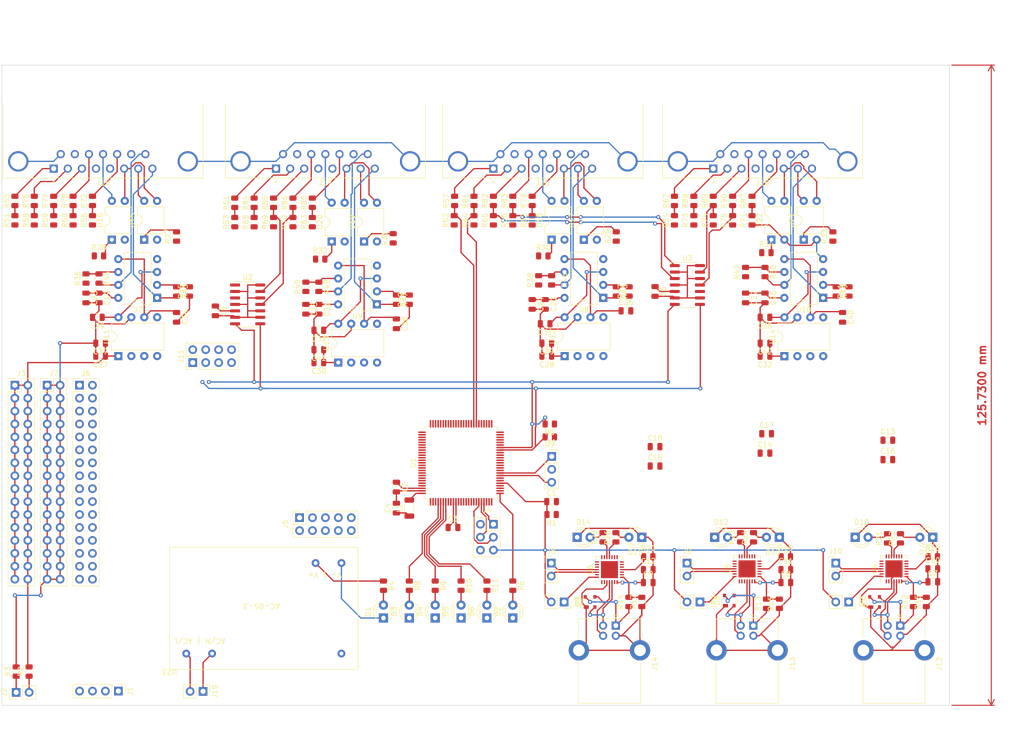
<source format=kicad_pcb>
(kicad_pcb (version 20211014) (generator pcbnew)
  (layers (0 "F.Cu" signal) (31 "B.Cu" signal) (34 "B.Paste" user) (35 "F.Paste" user) (36 "B.SilkS" user "B.Silkscreen") (37 "F.SilkS" user "F.Silkscreen") (38 "B.Mask" user) (39 "F.Mask" user) (44 "Edge.Cuts" user))
  (net 0 "")
  (net 1 "~{RESET}")
  (net 2 "GND")
  (net 3 "Net-(C2-Pad1)")
  (net 4 "+5V")
  (net 5 "Net-(C13-Pad1)")
  (net 6 "Net-(C13-Pad2)")
  (net 7 "Net-(C14-Pad1)")
  (net 8 "Net-(C14-Pad2)")
  (net 9 "Net-(C15-Pad1)")
  (net 10 "Net-(C15-Pad2)")
  (net 11 "+12V")
  (net 12 "Net-(C29-Pad1)")
  (net 13 "Net-(C31-Pad1)")
  (net 14 "Net-(C33-Pad1)")
  (net 15 "Net-(C34-Pad1)")
  (net 16 "Net-(C35-Pad1)")
  (net 17 "Net-(C36-Pad1)")
  (net 18 "Net-(C38-Pad1)")
  (net 19 "Net-(C40-Pad1)")
  (net 20 "Net-(D1-Pad2)")
  (net 21 "Net-(D2-Pad2)")
  (net 22 "Net-(D3-Pad2)")
  (net 23 "Net-(D4-Pad2)")
  (net 24 "Net-(D5-Pad2)")
  (net 25 "Net-(D6-Pad2)")
  (net 26 "Net-(D7-Pad2)")
  (net 27 "Net-(D7-Pad3)")
  (net 28 "Net-(D7-Pad4)")
  (net 29 "Net-(D8-Pad2)")
  (net 30 "Net-(D8-Pad3)")
  (net 31 "Net-(D8-Pad4)")
  (net 32 "Net-(D9-Pad2)")
  (net 33 "Net-(D9-Pad3)")
  (net 34 "Net-(D9-Pad4)")
  (net 35 "Net-(D10-Pad2)")
  (net 36 "Net-(D11-Pad2)")
  (net 37 "Net-(D12-Pad2)")
  (net 38 "Net-(D13-Pad2)")
  (net 39 "Net-(D14-Pad2)")
  (net 40 "Net-(D15-Pad2)")
  (net 41 "HVTX")
  (net 42 "HVRX")
  (net 43 "ILOCK")
  (net 44 "Net-(J2-Pad2)")
  (net 45 "MISO")
  (net 46 "SCK")
  (net 47 "MOSI")
  (net 48 "TMS")
  (net 49 "TCK")
  (net 50 "TDO")
  (net 52 "TDI")
  (net 53 "PL5")
  (net 54 "PL6")
  (net 55 "PL7")
  (net 56 "PK0")
  (net 57 "PK1")
  (net 58 "PK2")
  (net 59 "PK3")
  (net 60 "PK4")
  (net 61 "PK5")
  (net 62 "PK6")
  (net 63 "PK7")
  (net 64 "PH2")
  (net 65 "PH3")
  (net 66 "PH4")
  (net 67 "PH5")
  (net 68 "PH6")
  (net 70 "PH7")
  (net 71 "PG0")
  (net 72 "PH1")
  (net 73 "PF3")
  (net 74 "PF2")
  (net 75 "PF1")
  (net 76 "PF0")
  (net 77 "PD7")
  (net 78 "PD6")
  (net 79 "PD5")
  (net 80 "PD4")
  (net 81 "USB_{1,TX}")
  (net 82 "USB_{1,RX}")
  (net 83 "USB_{2,TX}")
  (net 84 "USB_{2,RX}")
  (net 85 "USB_{3,TX}")
  (net 86 "USB_{3,RX}")
  (net 87 "SCL")
  (net 88 "SDA")
  (net 89 "/CC_{1}")
  (net 90 "/CV_{1}")
  (net 91 "/I_{mon}")
  (net 94 "Net-(J15-Pad6)")
  (net 95 "POL_{set,1}")
  (net 96 "/V_{set,1}")
  (net 98 "/V_{mon}")
  (net 99 "UNIT_{ON,1}")
  (net 100 "Net-(J15-Pad13)")
  (net 102 "/I_{set,1}")
  (net 105 "Net-(J16-Pad6)")
  (net 107 "Net-(J16-Pad13)")
  (net 111 "Net-(J17-Pad6)")
  (net 113 "Net-(J17-Pad13)")
  (net 117 "Net-(J18-Pad6)")
  (net 119 "Net-(J18-Pad13)")
  (net 121 "Net-(J19-Pad1)")
  (net 122 "Net-(J19-Pad2)")
  (net 123 "~{USB_{1,DTR}}")
  (net 124 "~{USB_{2,DTR}}")
  (net 125 "~{USB_{3,DTR}}")
  (net 126 "Net-(L1-Pad2)")
  (net 127 "LEDERROR")
  (net 128 "LEDBEAMON")
  (net 129 "LEDFILON")
  (net 130 "LEDHVON")
  (net 131 "LEDWARNING")
  (net 132 "Net-(R12-Pad2)")
  (net 133 "Net-(R13-Pad2)")
  (net 134 "Net-(R14-Pad2)")
  (net 135 "~{USB_{3,SUSPEND}}")
  (net 136 "~{USB_{2,SUSPEND}}")
  (net 137 "~{USB_{1,SUSPEND}}")
  (net 138 "Net-(R21-Pad1)")
  (net 139 "Net-(R22-Pad1)")
  (net 140 "Net-(R23-Pad1)")
  (net 141 "Net-(R24-Pad1)")
  (net 142 "Net-(R25-Pad1)")
  (net 143 "Net-(R26-Pad1)")
  (net 144 "Net-(R27-Pad2)")
  (net 145 "Net-(R28-Pad2)")
  (net 146 "POL_{set,3}")
  (net 147 "Net-(R29-Pad2)")
  (net 148 "UNIT_{ON,3}")
  (net 149 "Net-(R30-Pad2)")
  (net 150 "POL_{set,2}")
  (net 151 "Net-(R31-Pad2)")
  (net 152 "UNIT_{ON,2}")
  (net 153 "Net-(R32-Pad2)")
  (net 154 "POL_{set,4}")
  (net 155 "Net-(R33-Pad2)")
  (net 156 "UNIT_{ON,4}")
  (net 157 "Net-(R34-Pad2)")
  (net 158 "Net-(R35-Pad2)")
  (net 159 "Net-(R36-Pad2)")
  (net 160 "Net-(R37-Pad2)")
  (net 161 "Net-(R38-Pad2)")
  (net 162 "Net-(R39-Pad2)")
  (net 163 "Net-(R40-Pad2)")
  (net 164 "Net-(R41-Pad2)")
  (net 165 "Net-(R42-Pad2)")
  (net 166 "CC1")
  (net 167 "CC3")
  (net 168 "CC2")
  (net 169 "CC4")
  (net 170 "POL_{in,1}")
  (net 171 "CV1")
  (net 172 "I_{mon,1}")
  (net 173 "V_{mon,1}")
  (net 174 "POL_{in,3}")
  (net 175 "POL_{in,2}")
  (net 176 "CV3")
  (net 177 "I_{mon,3}")
  (net 178 "V_{mon,3}")
  (net 179 "CV2")
  (net 180 "I_{mon,2}")
  (net 181 "V_{mon,2}")
  (net 182 "POL_{in,4}")
  (net 183 "CV4")
  (net 184 "I_{mon,4}")
  (net 185 "V_{mon,4}")
  (net 188 "~{USB_{RST,1}}")
  (net 189 "~{USB_{RST,2}}")
  (net 190 "~{USB_{RST,3}}")
  (net 191 "Net-(U1-Pad33)")
  (net 192 "Net-(U1-Pad34)")
  (net 193 "~{LDAC}")
  (net 194 "~{CS_{PSU1}}")
  (net 195 "~{CS_{PSU2}}")
  (net 196 "~{CS_{PSU3}}")
  (net 197 "~{CS_{PSU4}}")
  (net 198 "USB_{0,SUSPEND}")
  (net 199 "USB_{1,SUSPEND}")
  (net 200 "USB_{2,SUSPEND}")
  (net 202 "~{USB_{3,DCD}}")
  (net 203 "~{USB_{3,RI}}")
  (net 205 "USB_{3,SUSPEND}")
  (net 214 "~{USB_{3,CTS}}")
  (net 215 "~{USB_{3,RTS}}")
  (net 216 "~{USB_{3,DSR}}")
  (net 217 "~{USB_{2,DCD}}")
  (net 218 "~{USB_{2,RI}}")
  (net 228 "~{USB_{2,CTS}}")
  (net 229 "~{USB_{2,RTS}}")
  (net 230 "~{USB_{2,DSR}}")
  (net 231 "~{USB_{1,DCD}}")
  (net 232 "~{USB_{1,RI}}")
  (net 242 "~{USB_{1,CTS}}")
  (net 243 "~{USB_{1,RTS}}")
  (net 244 "~{USB_{1,DSR}}")
  (net 245 "/CC_{3}")
  (net 246 "/CV_{3}")
  (net 247 "/V_{set,3}")
  (net 248 "/I_{set,3}")
  (net 249 "/CC_{2}")
  (net 250 "/CV_{2}")
  (net 251 "/V_{set,2}")
  (net 252 "/I_{set,2}")
  (net 253 "/CC_{4}")
  (net 254 "/CV_{4}")
  (net 255 "/V_{set,4}")
  (net 256 "/I_{set,4}")
  (footprint "Resistor_SMD:R_0805_2012Metric" (layer "F.Cu") (at 186.69 51.435 90)
    (fp_text reference "R29")
    (fp_text value "390R")
  )
  (footprint "Resistor_SMD:R_0805_2012Metric" (layer "F.Cu") (at 76.2 44.45 90)
    (fp_text reference "R77")
    (fp_text value "220k")
  )
  (footprint "Resistor_SMD:R_0805_2012Metric" (layer "F.Cu") (at 213.36 44.45 90)
    (fp_text reference "R87")
    (fp_text value "220k")
  )
  (footprint "Package_DFN_QFN:QFN-28-1EP_5x5mm_P0.5mm_EP3.35x3.35mm" (layer "F.Cu") (at 212.375 116.7125 90)
    (fp_text reference "U5")
    (fp_text value "CP2102N-Axx-xQFN28")
  )
  (footprint "Resistor_SMD:R_0805_2012Metric" (layer "F.Cu") (at 229.235 51.435 90)
    (fp_text reference "R33")
    (fp_text value "390R")
  )
  (footprint "Package_DIP:DIP-8_W7.62mm" (layer "F.Cu") (at 132.09 76.19 90)
    (fp_text reference "U13")
    (fp_text value "MCP4822")
  )
  (footprint "Package_DIP:DIP-4_W7.62mm" (layer "F.Cu") (at 217.165 52.06 90)
    (fp_text reference "U22")
    (fp_text value "PC817")
  )
  (footprint "Capacitor_SMD:C_0805_2012Metric" (layer "F.Cu") (at 216.22 90.17)
    (fp_text reference "C17")
    (fp_text value "4.7uF")
  )
  (footprint "Connector_PinSocket_2.54mm:PinSocket_1x02_P2.54mm_Vertical" (layer "F.Cu") (at 203.135 123.2125 -90)
    (fp_text reference "JP2")
    (fp_text value "RSTEN")
  )
  (footprint "Resistor_SMD:R_0805_2012Metric" (layer "F.Cu") (at 184.085 110.5125 90)
    (fp_text reference "R25")
    (fp_text value "1k")
  )
  (footprint "Capacitor_SMD:C_0805_2012Metric" (layer "F.Cu") (at 154.62 108.585)
    (fp_text reference "C3")
    (fp_text value "100nF")
  )
  (footprint "Capacitor_SMD:C_0805_2012Metric" (layer "F.Cu") (at 143.51 104.775 90)
    (fp_text reference "C4")
    (fp_text value "100nF")
  )
  (footprint "Capacitor_SMD:C_0805_2012Metric" (layer "F.Cu") (at 192.975 119.4025)
    (fp_text reference "C9")
    (fp_text value "0.1uF")
  )
  (footprint "Capacitor_SMD:C_0805_2012Metric" (layer "F.Cu") (at 248.855 116.7125)
    (fp_text reference "C10")
    (fp_text value "1.0uF")
  )
  (footprint "Resistor_SMD:R_0805_2012Metric" (layer "F.Cu") (at 128.27 61.3175 -90)
    (fp_text reference "R48")
    (fp_text value "1k")
  )
  (footprint "Resistor_SMD:R_0805_2012Metric" (layer "F.Cu") (at 80.01 48.26 90)
    (fp_text reference "R60")
    (fp_text value "100k")
  )
  (footprint "Capacitor_SMD:C_0805_2012Metric" (layer "F.Cu") (at 215.9 67.31 180)
    (fp_text reference "C35")
    (fp_text value "1nF")
  )
  (footprint "Package_DFN_QFN:QFN-28-1EP_5x5mm_P0.5mm_EP3.35x3.35mm" (layer "F.Cu") (at 241.235 116.7125 90)
    (fp_text reference "U4")
    (fp_text value "CP2102N-Axx-xQFN28")
  )
  (footprint "Connector_PinSocket_2.54mm:PinSocket_2x03_P2.54mm_Vertical" (layer "F.Cu") (at 162.56 107.95)
    (fp_text reference "J4")
    (fp_text value "ICSP")
  )
  (footprint "Resistor_SMD:R_0805_2012Metric" (layer "F.Cu") (at 218.725 123.57 90)
    (fp_text reference "R16")
    (fp_text value "47k")
  )
  (footprint "Resistor_SMD:R_0805_2012Metric" (layer "F.Cu") (at 198.12 44.45 90)
    (fp_text reference "R67")
    (fp_text value "220k")
  )
  (footprint "Resistor_SMD:R_0805_2012Metric" (layer "F.Cu") (at 245.045 123.2125 90)
    (fp_text reference "R12")
    (fp_text value "24k")
  )
  (footprint "Resistor_SMD:R_0805_2012Metric" (layer "F.Cu") (at 166.37 44.45 90)
    (fp_text reference "R83")
    (fp_text value "220k")
  )
  (footprint "Resistor_SMD:R_0805_2012Metric" (layer "F.Cu") (at 119.38 48.6175 90)
    (fp_text reference "R69")
    (fp_text value "100k")
  )
  (footprint "Connector_Dsub:DSUB-15_Female_Horizontal_P2.77x2.84mm_EdgePinOffset9.90mm_Housed_MountingHolesOffset11.32mm" (layer "F.Cu") (at 205.74 38.1 180)
    (fp_text reference "J18")
    (fp_text value "DB15_Female_MountingHoles")
  )
  (footprint "Capacitor_SMD:C_0805_2012Metric" (layer "F.Cu") (at 173.04 72.39 180)
    (fp_text reference "C39")
    (fp_text value "10uF")
  )
  (footprint "Capacitor_SMD:C_0805_2012Metric" (layer "F.Cu") (at 143.51 68.58 -90)
    (fp_text reference "C38")
    (fp_text value "1nF")
  )
  (footprint "Connector_PinSocket_2.54mm:PinSocket_1x03_P2.54mm_Vertical" (layer "F.Cu") (at 174.015 94.63)
    (fp_text reference "Y1")
    (fp_text value "16MHz")
  )
  (footprint "LED_THT:LED_D3.0mm" (layer "F.Cu") (at 248.855 110.5125 180)
    (fp_text reference "D11")
    (fp_text value "LED")
  )
  (footprint "Capacitor_SMD:C_0805_2012Metric" (layer "F.Cu") (at 240.03 91.44)
    (fp_text reference "C13")
    (fp_text value "0.1uF")
  )
  (footprint "Connector_PinHeader_2.54mm:PinHeader_1x04_P2.54mm_Vertical" (layer "F.Cu") (at 88.9 140.716 -90)
    (fp_text reference "J1")
    (fp_text value "HighSide Driver")
  )
  (footprint "Connector_PinHeader_2.54mm:PinHeader_1x02_P2.54mm_Vertical" (layer "F.Cu") (at 105.54 140.775 -90)
    (fp_text reference "J19")
    (fp_text value "Screw_Terminal_01x02")
  )
  (footprint "Resistor_SMD:R_0805_2012Metric" (layer "F.Cu") (at 156.21 120.015 -90)
    (fp_text reference "R10")
    (fp_text value "390R")
  )
  (footprint "Capacitor_SMD:C_0805_2012Metric" (layer "F.Cu") (at 192.975 116.8625)
    (fp_text reference "C12")
    (fp_text value "1.0uF")
  )
  (footprint "Resistor_SMD:R_0805_2012Metric" (layer "F.Cu") (at 219.995 114.3225)
    (fp_text reference "R19")
    (fp_text value "10k")
  )
  (footprint "Resistor_SMD:R_0805_2012Metric" (layer "F.Cu") (at 173.6325 88.265 180)
    (fp_text reference "R5")
    (fp_text value "10k")
  )
  (footprint "Capacitor_SMD:C_0805_2012Metric" (layer "F.Cu") (at 194.31 92.71)
    (fp_text reference "C18")
    (fp_text value "4.7uF")
  )
  (footprint "Connector_PinHeader_2.54mm:PinHeader_2x16_P2.54mm_Vertical" (layer "F.Cu") (at 81.275 80.645)
    (fp_text reference "J6")
    (fp_text value "GPIOEXT")
  )
  (footprint "Resistor_SMD:R_0805_2012Metric" (layer "F.Cu") (at 123.19 48.6175 90)
    (fp_text reference "R70")
    (fp_text value "100k")
  )
  (footprint "Capacitor_SMD:C_0805_2012Metric" (layer "F.Cu") (at 172.72 68.58 180)
    (fp_text reference "C31")
    (fp_text value "1nF")
  )
  (footprint "Resistor_SMD:R_0805_2012Metric" (layer "F.Cu") (at 76.2 48.26 90)
    (fp_text reference "R59")
    (fp_text value "100k")
  )
  (footprint "Connector_PinSocket_2.54mm:PinSocket_1x02_P2.54mm_Vertical" (layer "F.Cu") (at 232.345 123.2125 -90)
    (fp_text reference "JP3")
    (fp_text value "RSTEN")
  )
  (footprint "Resistor_SMD:R_0805_2012Metric" (layer "F.Cu") (at 213.36 48.26 90)
    (fp_text reference "R71")
    (fp_text value "100k")
  )
  (footprint "Resistor_SMD:R_0805_2012Metric" (layer "F.Cu") (at 123.19 44.8075 90)
    (fp_text reference "R86")
    (fp_text value "220k")
  )
  (footprint "Capacitor_SMD:C_0805_2012Metric" (layer "F.Cu") (at 240.03 95.25)
    (fp_text reference "C16")
    (fp_text value "4.7uF")
  )
  (footprint "Resistor_SMD:R_0805_2012Metric" (layer "F.Cu") (at 216.1775 54.61)
    (fp_text reference "R34")
    (fp_text value "390R")
  )
  (footprint "LED_THT:LED_D3.0mm" (layer "F.Cu") (at 140.97 126.365 90)
    (fp_text reference "D1")
    (fp_text value "LED_{PWR}")
  )
  (footprint "Resistor_SMD:R_0805_2012Metric" (layer "F.Cu") (at 68.58 48.26 90)
    (fp_text reference "R51")
    (fp_text value "100k")
  )
  (footprint "LED_THT:LED_D3.0mm" (layer "F.Cu") (at 233.615 110.5125)
    (fp_text reference "D10")
    (fp_text value "LED")
  )
  (footprint "Resistor_SMD:R_0805_2012Metric" (layer "F.Cu") (at 127 44.8075 90)
    (fp_text reference "R80")
    (fp_text value "220k")
  )
  (footprint "Capacitor_SMD:C_0805_2012Metric" (layer "F.Cu") (at 215.9 93.98)
    (fp_text reference "C14")
    (fp_text value "0.1uF")
  )
  (footprint "Package_TO_SOT_SMD:SOT-143" (layer "F.Cu") (at 237.425 123.2125 90)
    (fp_text reference "D7")
    (fp_text value "SP0503BAHT")
  )
  (footprint "Resistor_SMD:R_0805_2012Metric" (layer "F.Cu") (at 198.12 48.26 90)
    (fp_text reference "R54")
    (fp_text value "100k")
  )
  (footprint "Resistor_SMD:R_0805_2012Metric" (layer "F.Cu") (at 166.37 120.015 -90)
    (fp_text reference "R6")
    (fp_text value "390R")
  )
  (footprint "Package_DFN_QFN:QFN-28-1EP_5x5mm_P0.5mm_EP3.35x3.35mm" (layer "F.Cu") (at 185.355 116.8625 90)
    (fp_text reference "U6")
    (fp_text value "CP2102N-Axx-xQFN28")
  )
  (footprint "Capacitor_SMD:C_0805_2012Metric" (layer "F.Cu") (at 125.73 65.72 -90)
    (fp_text reference "C25")
    (fp_text value "10uF")
  )
  (footprint "LED_THT:LED_D3.0mm" (layer "F.Cu") (at 179.005 110.5125)
    (fp_text reference "D14")
    (fp_text value "LED")
  )
  (footprint "Package_SO:SOIC-14_3.9x8.7mm_P1.27mm" (layer "F.Cu") (at 114.3 64.77)
    (fp_text reference "U2")
    (fp_text value "MCP3424")
  )
  (footprint "Resistor_SMD:R_0805_2012Metric" (layer "F.Cu") (at 154.86 48.26 90)
    (fp_text reference "R52")
    (fp_text value "100k")
  )
  (footprint "Resistor_SMD:R_0805_2012Metric" (layer "F.Cu") (at 215.9 58.42 -90)
    (fp_text reference "R50")
    (fp_text value "1k")
  )
  (footprint "Package_SO:SOIC-14_3.9x8.7mm_P1.27mm" (layer "F.Cu") (at 200.66 60.96)
    (fp_text reference "U3")
    (fp_text value "MCP3424")
  )
  (footprint "Resistor_SMD:R_0805_2012Metric" (layer "F.Cu") (at 216.185 123.57 90)
    (fp_text reference "R13")
    (fp_text value "24k")
  )
  (footprint "Resistor_SMD:R_0805_2012Metric" (layer "F.Cu") (at 248.855 114.3225)
    (fp_text reference "R18")
    (fp_text value "10k")
  )
  (footprint "Capacitor_SMD:C_0805_2012Metric" (layer "F.Cu") (at 85.41 72.39 180)
    (fp_text reference "C37")
    (fp_text value "10uF")
  )
  (footprint "Capacitor_SMD:C_0805_2012Metric" (layer "F.Cu") (at 172.72 64.77 -90)
    (fp_text reference "C20")
    (fp_text value "10nF")
  )
  (footprint "Package_DIP:DIP-8_W7.62mm" (layer "F.Cu") (at 176.54 74.92 90)
    (fp_text reference "U12")
    (fp_text value "MCP4822")
  )
  (footprint "Connector_USB:USB_B_Lumberg_2411_02_Horizontal" (layer "F.Cu") (at 213.625 127.855 -90)
    (fp_text reference "J13")
    (fp_text value "USB_CMD2")
  )
  (footprint "Package_DIP:DIP-4_W7.62mm" (layer "F.Cu") (at 93.975 52.06 90)
    (fp_text reference "U15")
    (fp_text value "PC817")
  )
  (footprint "Resistor_SMD:R_0805_2012Metric" (layer "F.Cu") (at 158.75 44.45 90)
    (fp_text reference "R81")
    (fp_text value "220k")
  )
  (footprint "Capacitor_SMD:C_0805_2012Metric" (layer "F.Cu") (at 82.55 63.5 -90)
    (fp_text reference "C23")
    (fp_text value "10uF")
  )
  (footprint "Capacitor_SMD:C_0805_2012Metric" (layer "F.Cu") (at 188.595 66.04)
    (fp_text reference "C36")
    (fp_text value "1nF")
  )
  (footprint "Capacitor_SMD:C_0805_2012Metric" (layer "F.Cu") (at 212.09 63.5 -90)
    (fp_text reference "C22")
    (fp_text value "10nF")
  )
  (footprint "Connector_Dsub:DSUB-15_Female_Horizontal_P2.77x2.84mm_EdgePinOffset9.90mm_Housed_MountingHolesOffset11.32mm" (layer "F.Cu") (at 76.2 38.1 180)
    (fp_text reference "J15")
    (fp_text value "DB15_Female_MountingHoles")
  )
  (footprint "Capacitor_SMD:C_0805_2012Metric" (layer "F.Cu") (at 215.9 74.93 180)
    (fp_text reference "C32")
    (fp_text value "0.1uF")
  )
  (footprint "Package_DIP:DIP-8_W7.62mm" (layer "F.Cu") (at 88.91 74.92 90)
    (fp_text reference "U11")
    (fp_text value "MCP4822")
  )
  (footprint "Package_DIP:DIP-8_W7.62mm" (layer "F.Cu") (at 219.72 74.94 90)
    (fp_text reference "U14")
    (fp_text value "MCP4822")
  )
  (footprint "Capacitor_SMD:C_0805_2012Metric" (layer "F.Cu") (at 173.99 103.505)
    (fp_text reference "C1")
    (fp_text value "22pF")
  )
  (footprint "Resistor_SMD:R_0805_2012Metric" (layer "F.Cu") (at 100.33 62.23 -90)
    (fp_text reference "R43")
    (fp_text value "1k")
  )
  (footprint "Resistor_SMD:R_0805_2012Metric" (layer "F.Cu") (at 161.29 120.015 -90)
    (fp_text reference "R11")
    (fp_text value "390R")
  )
  (footprint "Capacitor_SMD:C_0805_2012Metric" (layer "F.Cu") (at 219.995 116.8625)
    (fp_text reference "C11")
    (fp_text value "1.0uF")
  )
  (footprint "Capacitor_SMD:C_0805_2012Metric" (layer "F.Cu") (at 215.9 72.39 180)
    (fp_text reference "C42")
    (fp_text value "10uF")
  )
  (footprint "Package_DIP:DIP-8_W7.62mm" (layer "F.Cu") (at 96.51 63.49 180)
    (fp_text reference "U7")
    (fp_text value "LM358")
  )
  (footprint "Resistor_SMD:R_0805_2012Metric" (layer "F.Cu") (at 186.625 110.5125 90)
    (fp_text reference "R26")
    (fp_text value "1k")
  )
  (footprint "Resistor_SMD:R_0805_2012Metric" (layer "F.Cu") (at 162.56 44.45 90)
    (fp_text reference "R82")
    (fp_text value "220k")
  )
  (footprint "Resistor_SMD:R_0805_2012Metric" (layer "F.Cu") (at 239.965 110.72 90)
    (fp_text reference "R21")
    (fp_text value "1k")
  )
  (footprint "Resistor_SMD:R_0805_2012Metric" (layer "F.Cu") (at 143.51 63.8475 -90)
    (fp_text reference "R47")
    (fp_text value "1k")
  )
  (footprint "Resistor_SMD:R_0805_2012Metric" (layer "F.Cu") (at 173.6325 90.805 180)
    (fp_text reference "R7")
    (fp_text value "10k")
  )
  (footprint "Capacitor_SMD:C_0805_2012Metric" (layer "F.Cu") (at 85.41 74.93 180)
    (fp_text reference "C27")
    (fp_text value "0.1uF")
  )
  (footprint "Package_DIP:DIP-8_W7.62mm" (layer "F.Cu") (at 227.32 63.49 180)
    (fp_text reference "U10")
    (fp_text value "LM358")
  )
  (footprint "Connector_Dsub:DSUB-15_Female_Horizontal_P2.77x2.84mm_EdgePinOffset9.90mm_Housed_MountingHolesOffset11.32mm" (layer "F.Cu") (at 119.865 38.1 180)
    (fp_text reference "J17")
    (fp_text value "DB15_Female_MountingHoles")
  )
  (footprint "Resistor_SMD:R_0805_2012Metric" (layer "F.Cu") (at 189.23 62.23 90)
    (fp_text reference "R37")
    (fp_text value "1k")
  )
  (footprint "Resistor_SMD:R_0805_2012Metric" (layer "F.Cu") (at 125.73 61.3175 90)
    (fp_text reference "R40")
    (fp_text value "1k")
  )
  (footprint "Resistor_SMD:R_0805_2012Metric" (layer "F.Cu") (at 172.3625 55.245)
    (fp_text reference "R30")
    (fp_text value "390R")
  )
  (footprint "LED_THT:LED_D3.0mm" (layer "F.Cu") (at 166.37 126.365 90)
    (fp_text reference "D2")
    (fp_text value "LED")
  )
  (footprint "Resistor_SMD:R_0805_2012Metric" (layer "F.Cu") (at 102.87 62.23 90)
    (fp_text reference "R35")
    (fp_text value "1k")
  )
  (footprint "Resistor_SMD:R_0805_2012Metric" (layer "F.Cu") (at 111.76 48.6175 90)
    (fp_text reference "R53")
    (fp_text value "100k")
  )
  (footprint "Connector_PinHeader_2.54mm:PinHeader_1x02_P2.54mm_Vertical" (layer "F.Cu") (at 229.805 115.5875)
    (fp_text reference "J10")
    (fp_text value "USART3")
  )
  (footprint "Resistor_SMD:R_0805_2012Metric" (layer "F.Cu") (at 166.37 48.26 90)
    (fp_text reference "R66")
    (fp_text value "100k")
  )
  (footprint "Capacitor_SMD:C_0805_2012Metric" (layer "F.Cu") (at 219.995 119.4025)
    (fp_text reference "C8")
    (fp_text value "0.1uF")
  )
  (footprint "Connector_PinSocket_2.54mm:PinSocket_2x05_P2.54mm_Vertical" (layer "F.Cu") (at 124.49 106.66 90)
    (fp_text reference "J5")
    (fp_text value "Conn_02x05_Odd_Even")
  )
  (footprint "Connector_USB:USB_B_Lumberg_2411_02_Horizontal" (layer "F.Cu") (at 186.605 127.855 -90)
    (fp_text reference "J14")
    (fp_text value "USB_CMD1")
  )
  (footprint "Capacitor_SMD:C_0805_2012Metric" (layer "F.Cu") (at 128.27 76.2 180)
    (fp_text reference "C30")
    (fp_text value "0.1uF")
  )
  (footprint "Resistor_SMD:R_0805_2012Metric" (layer "F.Cu") (at 213.645 110.5125 90)
    (fp_text reference "R24")
    (fp_text value "1k")
  )
  (footprint "Connector_PinSocket_2.54mm:PinSocket_1x02_P2.54mm_Vertical" (layer "F.Cu") (at 176.465 123.2125 -90)
    (fp_text reference "JP1")
    (fp_text value "RSTEN")
  )
  (footprint "Resistor_SMD:R_0805_2012Metric" (layer "F.Cu") (at 146.05 63.8475 90)
    (fp_text reference "R39")
    (fp_text value "1k")
  )
  (footprint "Connector_PinHeader_2.54mm:PinHeader_1x02_P2.54mm_Vertical" (layer "F.Cu") (at 173.925 115.5875)
    (fp_text reference "J8")
    (fp_text value "USART1")
  )
  (footprint "Resistor_SMD:R_0805_2012Metric" (layer "F.Cu") (at 173.99 106.045 180)
    (fp_text reference "R1")
    (fp_text value "10k")
  )
  (footprint "Package_DIP:DIP-4_W7.62mm" (layer "F.Cu") (at 223.515 52.06 90)
    (fp_text reference "U21")
    (fp_text value "PC817")
  )
  (footprint "Resistor_SMD:R_0805_2012Metric" (layer "F.Cu") (at 151.13 120.015 -90)
    (fp_text reference "R9")
    (fp_text value "390R")
  )
  (footprint "Capacitor_SMD:C_0805_2012Metric" (layer "F.Cu") (at 107.95 66.04 -90)
    (fp_text reference "C5")
    (fp_text value "0.1uF")
  )
  (footprint "LED_THT:LED_D3.0mm" (layer "F.Cu") (at 151.13 126.365 90)
    (fp_text reference "D4")
    (fp_text value "LED")
  )
  (footprint "Capacitor_SMD:C_0805_2012Metric" (layer "F.Cu") (at 248.855 119.2525)
    (fp_text reference "C7")
    (fp_text value "0.1uF")
  )
  (footprint "Resistor_SMD:R_0805_2012Metric" (layer "F.Cu") (at 71.374 136.8825 90)
    (fp_text reference "R2")
    (fp_text value "10k")
  )
  (footprint "LED_THT:LED_D3.0mm" (layer "F.Cu") (at 218.725 110.5125 180)
    (fp_text reference "D13")
    (fp_text value "LED")
  )
  (footprint "Resistor_SMD:R_0805_2012Metric" (layer "F.Cu") (at 128.5475 55.88)
    (fp_text reference "R32")
    (fp_text value "390R")
  )
  (footprint "Resistor_SMD:R_0805_2012Metric" (layer "F.Cu") (at 201.93 44.45 90)
    (fp_text reference "R88")
    (fp_text value "220k")
  )
  (footprint "Resistor_SMD:R_0805_2012Metric" (layer "F.Cu") (at 85.09 55.245)
    (fp_text reference "R28")
    (fp_text value "390R")
  )
  (footprint "Resistor_SMD:R_0805_2012Metric" (layer "F.Cu") (at 229.87 62.23 -90)
    (fp_text reference "R49")
    (fp_text value "1k")
  )
  (footprint "Connector_PinHeader_2.54mm:PinHeader_2x16_P2.54mm_Vertical" (layer "F.Cu") (at 68.575 80.645)
    (fp_text reference "J3")
    (fp_text value "VCCCON")
  )
  (footprint "Resistor_SMD:R_0805_2012Metric" (layer "F.Cu") (at 170.18 44.45 90)
    (fp_text reference "R79")
    (fp_text value "220k")
  )
  (footprint "LED_THT:LED_D3.0mm" (layer "F.Cu") (at 146.05 126.365 90)
    (fp_text reference "D3")
    (fp_text value "LED")
  )
  (footprint "Connector_USB:USB_B_Lumberg_2411_02_Horizontal" (layer "F.Cu") (at 242.485 127.855 -90)
    (fp_text reference "J12")
    (fp_text value "USB_LOG")
  )
  (footprint "Inductor_SMD:L_1206_3216Metric" (layer "F.Cu") (at 146.05 104.775 90)
    (fp_text reference "L1")
    (fp_text value "10uH")
  )
  (footprint "Capacitor_SMD:C_0805_2012Metric" (layer "F.Cu") (at 194.31 62.23 -90)
    (fp_text reference "C6")
    (fp_text value "0.1uF")
  )
  (footprint "Package_DIP:DIP-4_W7.62mm" (layer "F.Cu") (at 87.625 52.06 90)
    (fp_text reference "U16")
    (fp_text value "PC817")
  )
  (footprint "Connector_PinHeader_2.54mm:PinHeader_1x02_P2.54mm_Vertical" (layer "F.Cu") (at 200.595 115.5875)
    (fp_text reference "J9")
    (fp_text value "USART2")
  )
  (footprint "Capacitor_SMD:C_0805_2012Metric" (layer "F.Cu") (at 85.09 63.5 -90)
    (fp_text reference "C19")
    (fp_text value "10nF")
  )
  (footprint "LED_THT:LED_D3.0mm" (layer "F.Cu") (at 161.29 126.365 90)
    (fp_text reference "D6")
    (fp_text value "LED")
  )
  (footprint "Resistor_SMD:R_0805_2012Metric" (layer "F.Cu") (at 140.97 120.015 -90)
    (fp_text reference "R4")
    (fp_text value "390R")
  )
  (footprint "Resistor_SMD:R_0805_2012Metric" (layer "F.Cu") (at 127 48.6175 90)
    (fp_text reference "R63")
    (fp_text value "100k")
  )
  (footprint "Resistor_SMD:R_0805_2012Metric" (layer "F.Cu") (at 242.505 110.72 90)
    (fp_text reference "R22")
    (fp_text value "1k")
  )
  (footprint "Capacitor_SMD:C_0805_2012Metric" (layer "F.Cu") (at 128.27 65.72 -90)
    (fp_text reference "C21")
    (fp_text value "10nF")
  )
  (footprint "Resistor_SMD:R_0805_2012Metric" (layer "F.Cu") (at 154.94 44.45 90)
    (fp_text reference "R57")
    (fp_text value "220k")
  )
  (footprint "Resistor_SMD:R_0805_2012Metric" (layer "F.Cu") (at 80.01 44.45 90)
    (fp_text reference "R78")
    (fp_text value "220k")
  )
  (footprint "Resistor_SMD:R_0805_2012Metric" (layer "F.Cu") (at 83.82 48.26 90)
    (fp_text reference "R56")
    (fp_text value "100k")
  )
  (footprint "Resistor_SMD:R_0805_2012Metric" (layer "F.Cu") (at 205.74 48.26 90)
    (fp_text reference "R74")
    (fp_text value "100k")
  )
  (footprint "Resistor_SMD:R_0805_2012Metric" (layer "F.Cu") (at 119.38 44.8075 90)
    (fp_text reference "R85")
    (fp_text value "220k")
  )
  (footprint "Resistor_SMD:R_0805_2012Metric" (layer "F.Cu") (at 192.975 114.3225)
    (fp_text reference "R20")
    (fp_text value "10k")
  )
  (footprint "Resistor_SMD:R_0805_2012Metric" (layer "F.Cu") (at 82.55 59.69 90)
    (fp_text reference "R36")
    (fp_text value "1k")
  )
  (footprint "Connector_PinHeader_2.54mm:PinHeader_2x16_P2.54mm_Vertical" (layer "F.Cu") (at 74.925 80.645)
    (fp_text reference "J7")
    (fp_text value "GNDCON")
  )
  (footprint "Package_DIP:DIP-8_W7.62mm" (layer "F.Cu") (at 139.69 64.76 180)
    (fp_text reference "U9")
    (fp_text value "LM358")
  )
  (footprint "Resistor_SMD:R_0805_2012Metric" (layer "F.Cu") (at 209.55 44.45 90)
    (fp_text reference "R90")
    (fp_text value "220k")
  )
  (footprint "Resistor_SMD:R_0805_2012Metric" (layer "F.Cu") (at 115.57 48.6175 90)
    (fp_text reference "R68")
    (fp_text value "100k")
  )
  (footprint "Resistor_SMD:R_0805_2012Metric" (layer "F.Cu") (at 72.39 44.45 90)
    (fp_text reference "R76")
    (fp_text value "220k")
  )
  (footprint "Resistor_SMD:R_0805_2012Metric" (layer "F.Cu") (at 68.58 44.45 90)
    (fp_text reference "R55")
    (fp_text value "220k")
  )
  (footprint "Connector_Dsub:DSUB-15_Female_Horizontal_P2.77x2.84mm_EdgePinOffset9.90mm_Housed_MountingHolesOffset11.32mm" (layer "F.Cu") (at 162.56 38.1 180)
    (fp_text reference "J16")
    (fp_text value "DB15_Female_MountingHoles")
  )
  (footprint "Resistor_SMD:R_0805_2012Metric" (layer "F.Cu") (at 212.09 58.42 90)
    (fp_text reference "R42")
    (fp_text value "1k")
  )
  (footprint "Package_TO_SOT_SMD:SOT-143" (layer "F.Cu") (at 208.885 122.9425 90)
    (fp_text reference "D8")
    (fp_text value "SP0503BAHT")
  )
  (footprint "Package_DIP:DIP-4_W7.62mm" (layer "F.Cu") (at 173.985 52.06 90)
    (fp_text reference "U18")
    (fp_text value "PC817")
  )
  (footprint "Resistor_SMD:R_0805_2012Metric" (layer "F.Cu") (at 115.57 44.8075 90)
    (fp_text reference "R84")
    (fp_text value "220k")
  )
  (footprint "AC_05_3:AC-05-3" (layer "F.Cu") (at 98.975 136.46 180)
    (fp_text reference "U23")
    (fp_text value "AC-05-3")
  )
  (footprint "Capacitor_SMD:C_0805_2012Metric" (layer "F.Cu") (at 84.77 67.31 180)
    (fp_text reference "C29")
    (fp_text value "1nF")
  )
  (footprint "Package_DIP:DIP-4_W7.62mm" (layer "F.Cu") (at 137.155 52.4175 90)
    (fp_text reference "U19")
    (fp_text value "PC817")
  )
  (footprint "Resistor_SMD:R_0805_2012Metric" (layer "F.Cu") (at 189.165 123.2125 90)
    (fp_text reference "R14")
    (fp_text value "24k")
  )
  (footprint "Resistor_SMD:R_0805_2012Metric" (layer "F.Cu") (at 171.45 60.0475 90)
    (fp_text reference "R38")
    (fp_text value "1k")
  )
  (footprint "Resistor_SMD:R_0805_2012Metric" (layer "F.Cu") (at 142.875 51.7925 90)
    (fp_text reference "R31")
    (fp_text value "390R")
  )
  (footprint "Resistor_SMD:R_0805_2012Metric" (layer "F.Cu") (at 247.585 123.2125 90)
    (fp_text reference "R15")
    (fp_text value "47k")
  )
  (footprint "Resistor_SMD:R_0805_2012Metric" (layer "F.Cu") (at 191.705 123.2125 90)
    (fp_text reference "R17")
    (fp_text value "47k")
  )
  (footprint "Resistor_SMD:R_0805_2012Metric" (layer "F.Cu") (at 100.33 51.435 90)
    (fp_text reference "R27")
    (fp_text value "390R")
  )
  (footprint "Capacitor_SMD:C_0805_2012Metric" (layer "F.Cu") (at 173.04 74.93 180)
    (fp_text reference "C28")
    (fp_text value "0.1uF")
  )
  (footprint "Resistor_SMD:R_0805_2012Metric" (layer "F.Cu") (at 72.39 48.26 90)
    (fp_text reference "R58")
    (fp_text value "100k")
  )
  (footprint "Connector_PinHeader_2.54mm:PinHeader_1x02_P2.54mm_Vertical" (layer "F.Cu") (at 68.834 140.97 90)
    (fp_text reference "J2")
    (fp_text value "Interlock")
  )
  (footprint "LED_THT:LED_D3.0mm" (layer "F.Cu") (at 206.025 110.5125)
    (fp_text reference "D12")
    (fp_text value "LED")
  )
  (footprint "Resistor_SMD:R_0805_2012Metric" (layer "F.Cu") (at 205.74 44.45 90)
    (fp_text reference "R89")
    (fp_text value "220k")
  )
  (footprint "Resistor_SMD:R_0805_2012Metric" (layer "F.Cu") (at 232.41 62.23 90)
    (fp_text reference "R41")
    (fp_text value "1k")
  )
  (footprint "Capacitor_SMD:C_0805_2012Metric" (layer "F.Cu") (at 100.33 67.31 -90)
    (fp_text reference "C34")
    (fp_text value "1nF")
  )
  (footprint "Package_DIP:DIP-4_W7.62mm" (layer "F.Cu") (at 130.805 52.4175 90)
    (fp_text reference "U20")
    (fp_text value "PC817")
  )
  (footprint "Capacitor_SMD:C_0805_2012Metric" (layer "F.Cu") (at 170.18 64.77 -90)
    (fp_text reference "C24")
    (fp_text value "10uF")
  )
  (footprint "Package_DIP:DIP-8_W7.62mm" (layer "F.Cu") (at 184.14 63.49 180)
    (fp_text reference "U8")
    (fp_text value "LM358")
  )
  (footprint "Resistor_SMD:R_0805_2012Metric" (layer "F.Cu") (at 209.55 48.26 90)
    (fp_text reference "R75")
    (fp_text value "100k")
  )
  (footprint "Capacitor_SMD:C_0805_2012Metric" (layer "F.Cu") (at 231.14 67.31 -90)
    (fp_text reference "C40")
    (fp_text value "1nF")
  )
  (footprint "Resistor_SMD:R_0805_2012Metric" (layer "F.Cu") (at 162.56 48.26 90)
    (fp_text reference "R65")
    (fp_text value "100k")
  )
  (footprint "Capacitor_SMD:C_0805_2012Metric" (layer "F.Cu") (at 128.27 73.66 180)
    (fp_text reference "C41")
    (fp_text value "10uF")
  )
  (footprint "Resistor_SMD:R_0805_2012Metric" (layer "F.Cu") (at 83.82 44.45 90)
    (fp_text reference "R72")
    (fp_text value "220k")
  )
  (footprint "Connector_PinHeader_2.54mm:PinHeader_2x04_P2.54mm_Vertical" (layer "F.Cu") (at 103.515 76.205 90)
    (fp_text reference "J11")
    (fp_text value "I2CEXT")
  )
  (footprint "LED_THT:LED_D3.0mm" (layer "F.Cu") (at 191.705 110.5125 180)
    (fp_text reference "D15")
    (fp_text value "LED")
  )
  (footprint "Capacitor_SMD:C_0805_2012Metric" (layer "F.Cu") (at 128.27 69.85 180)
    (fp_text reference "C33")
    (fp_text value "1nF")
  )
  (footprint "Package_DIP:DIP-4_W7.62mm" (layer "F.Cu") (at 180.335 52.07 90)
    (fp_text reference "U17")
    (fp_text value "PC817")
  )
  (footprint "Capacitor_SMD:C_0805_2012Metric" (layer "F.Cu") (at 143.51 100.645 -90)
    (fp_text reference "C2")
    (fp_text value "100n")
  )
  (footprint "Resistor_SMD:R_0805_2012Metric" (layer "F.Cu") (at 173.99 60.0475 -90)
    (fp_text reference "R46")
    (fp_text value "1k")
  )
  (footprint "Resistor_SMD:R_0805_2012Metric" (layer "F.Cu") (at 170.18 48.26 90)
    (fp_text reference "R62")
    (fp_text value "100k")
  )
  (footprint "Resistor_SMD:R_0805_2012Metric" (layer "F.Cu") (at 68.834 136.8825 90)
    (fp_text reference "R3")
    (fp_text value "1M")
  )
  (footprint "Resistor_SMD:R_0805_2012Metric" (layer "F.Cu") (at 158.75 48.26 90)
    (fp_text reference "R64")
    (fp_text value "100k")
  )
  (footprint "Resistor_SMD:R_0805_2012Metric" (layer "F.Cu") (at 111.76 44.8075 90)
    (fp_text reference "R61")
    (fp_text value "220k")
  )
  (footprint "Resistor_SMD:R_0805_2012Metric" (layer "F.Cu") (at 146.05 120.015 -90)
    (fp_text reference "R8")
    (fp_text value "390R")
  )
  (footprint "Resistor_SMD:R_0805_2012Metric" (layer "F.Cu") (at 211.105 110.5125 90)
    (fp_text reference "R23")
    (fp_text value "1k")
  )
  (footprint "Resistor_SMD:R_0805_2012Metric" (layer "F.Cu") (at 186.69 62.23 -90)
    (fp_text reference "R45")
    (fp_text value "1k")
  )
  (footprint "Package_QFP:TQFP-100_14x14mm_P0.5mm" (layer "F.Cu") (at 156.21 95.885 90)
    (fp_text reference "U1")
    (fp_text value "ATmega2560-16A")
  )
  (footprint "Resistor_SMD:R_0805_2012Metric" (layer "F.Cu") (at 85.09 59.69 -90)
    (fp_text reference "R44")
    (fp_text value "1k")
  )
  (footprint "LED_THT:LED_D3.0mm" (layer "F.Cu") (at 156.21 126.365 90)
    (fp_text reference "D5")
    (fp_text value "LED")
  )
  (footprint "Resistor_SMD:R_0805_2012Metric" (layer "F.Cu") (at 201.93 48.26 90)
    (fp_text reference "R73")
    (fp_text value "100k")
  )
  (footprint "Package_TO_SOT_SMD:SOT-143" (layer "F.Cu") (at 181.545 123.2125 90)
    (fp_text reference "D9")
    (fp_text value "SP0503BAHT")
  )
  (footprint "Capacitor_SMD:C_0805_2012Metric" (layer "F.Cu") (at 215.9 63.5 -90)
    (fp_text reference "C26")
    (fp_text value "10uF")
  )
  (footprint "Capacitor_SMD:C_0805_2012Metric" (layer "F.Cu") (at 194.31 96.52)
    (fp_text reference "C15")
    (fp_text value "0.1uF")
  )
  (gr_line (start 161.29 121.285) (end 161.29 123.825) (layer "F.Cu") (width 0.2))
  (gr_rect (start 66.04 17.78) (end 252.095 143.51) (layer "Edge.Cuts") (width 0.1) (fill none))
  (dimension (type aligned) (layer "F.Cu") (pts (xy 252.095 143.51) (xy 252.095 17.78)) (height 8.255) (gr_text "125.7300 mm" (at 258.55 80.645 90) (layer "F.Cu") (effects (font (size 1.5 1.5) (thickness 0.3)))) (format (units 3) (units_format 1) (precision 4)) (style (thickness 0.2) (arrow_length 1.27) (text_position_mode 0) (extension_height 0.58642) (extension_offset 0.5) keep_text_aligned))
  (segment (start 173.0775 103.5425) (end 173.04 103.505) (width 0.25) (layer "F.Cu") (net 1))
  (segment (start 198.12 120.7375) (end 198.12 113.03) (width 0.25) (layer "F.Cu") (net 1))
  (segment (start 172.72 113.03) (end 172.72 106.4025) (width 0.25) (layer "F.Cu") (net 1))
  (segment (start 173.0775 106.045) (end 173.0775 103.5425) (width 0.25) (layer "F.Cu") (net 1))
  (segment (start 163.8725 99.885) (end 165.29 99.885) (width 0.25) (layer "F.Cu") (net 1))
  (segment (start 227.33 120.7375) (end 229.805 123.2125) (width 0.25) (layer "F.Cu") (net 1))
  (segment (start 200.595 123.2125) (end 198.12 120.7375) (width 0.25) (layer "F.Cu") (net 1))
  (segment (start 165.29 99.885) (end 168.91 103.505) (width 0.25) (layer "F.Cu") (net 1))
  (segment (start 172.72 122.0075) (end 173.925 123.2125) (width 0.25) (layer "F.Cu") (net 1))
  (segment (start 168.91 103.505) (end 173.04 103.505) (width 0.25) (layer "F.Cu") (net 1))
  (segment (start 172.72 106.4025) (end 173.0775 106.045) (width 0.25) (layer "F.Cu") (net 1))
  (segment (start 172.72 113.03) (end 172.72 122.0075) (width 0.25) (layer "F.Cu") (net 1))
  (segment (start 227.33 113.03) (end 227.33 120.7375) (width 0.25) (layer "F.Cu") (net 1))
  (via (at 198.12 113.03) (size 0.8) (drill 0.4) (layers "F.Cu" "B.Cu") (net 1))
  (via (at 227.33 113.03) (size 0.8) (drill 0.4) (layers "F.Cu" "B.Cu") (net 1))
  (via (at 172.72 113.03) (size 0.8) (drill 0.4) (layers "F.Cu" "B.Cu") (net 1))
  (segment (start 198.12 113.03) (end 196.85 113.03) (width 0.25) (layer "B.Cu") (net 1))
  (segment (start 162.56 113.03) (end 172.72 113.03) (width 0.25) (layer "B.Cu") (net 1))
  (segment (start 172.72 113.03) (end 196.85 113.03) (width 0.25) (layer "B.Cu") (net 1))
  (segment (start 196.85 113.03) (end 227.33 113.03) (width 0.25) (layer "B.Cu") (net 1))
  (segment (start 114.3 64.77) (end 114.3 63.5) (width 0.25) (layer "F.Cu") (net 2))
  (segment (start 90.17 68.58) (end 91.45 67.3) (width 0.25) (layer "F.Cu") (net 2))
  (segment (start 243.775 129.5625) (end 242.7775 129.5625) (width 0.25) (layer "F.Cu") (net 2))
  (segment (start 193.925 121.905) (end 193.925 119.4025) (width 0.25) (layer "F.Cu") (net 2))
  (segment (start 84.46 72.39) (end 77.47 72.39) (width 0.25) (layer "F.Cu") (net 2))
  (segment (start 186.605 129.855) (end 187.73637 129.855) (width 0.25) (layer "F.Cu") (net 2))
  (segment (start 127.32 73.66) (end 127.32 76.2) (width 0.25) (layer "F.Cu") (net 2))
  (segment (start 194.31 63.18) (end 197.865 63.18) (width 0.25) (layer "F.Cu") (net 2))
  (segment (start 83.82 67.31) (end 85.09 68.58) (width 0.25) (layer "F.Cu") (net 2))
  (segment (start 114.3 64.77) (end 111.825 64.77) (width 0.25) (layer "F.Cu") (net 2))
  (segment (start 102.87 65.72) (end 102.87 63.1425) (width 0.25) (layer "F.Cu") (net 2))
  (segment (start 200.66 58.42) (end 200.66 57.15) (width 0.25) (layer "F.Cu") (net 2))
  (segment (start 114.3 63.5) (end 114.3 62.23) (width 0.25) (layer "F.Cu") (net 2))
  (segment (start 215.289435 129.629435) (end 218.375 132.715) (width 0.25) (layer "F.Cu") (net 2))
  (segment (start 170.18 65.72) (end 172.72 65.72) (width 0.25) (layer "F.Cu") (net 2))
  (segment (start 216.8175 49.1725) (end 219.705 52.06) (width 0.25) (layer "F.Cu") (net 2))
  (segment (start 193.925 116.8625) (end 193.925 114.36) (width 0.25) (layer "F.Cu") (net 2))
  (segment (start 220.945 114.36) (end 220.9075 114.3225) (width 0.25) (layer "F.Cu") (net 2))
  (segment (start 247.585 124.125) (end 247.585 125.7525) (width 0.25) (layer "F.Cu") (net 2))
  (segment (start 127.32 69.85) (end 127.32 67.62) (width 0.25) (layer "F.Cu") (net 2))
  (segment (start 220.9075 112.695) (end 220.9075 114.3225) (width 0.25) (layer "F.Cu") (net 2))
  (segment (start 214.95 65.4) (end 215.9 64.45) (width 0.25) (layer "F.Cu") (net 2))
  (segment (start 143.51 101.595) (end 143.72 101.385) (width 0.25) (layer "F.Cu") (net 2))
  (segment (start 179.97 121.5375) (end 180.835 120.6725) (width 0.25) (layer "F.Cu") (net 2))
  (segment (start 77.465 118.745) (end 74.925 118.745) (width 0.25) (layer "F.Cu") (net 2))
  (segment (start 247.585 125.7525) (end 243.775 129.5625) (width 0.25) (layer "F.Cu") (net 2))
  (segment (start 176.75 69.63) (end 179.08 67.3) (width 0.25) (layer "F.Cu") (net 2))
  (segment (start 125.73 66.67) (end 128.27 66.67) (width 0.25) (layer "F.Cu") (net 2))
  (segment (start 85.09 68.58) (end 90.17 68.58) (width 0.25) (layer "F.Cu") (net 2))
  (segment (start 127.32 67.62) (end 128.27 66.67) (width 0.25) (layer "F.Cu") (net 2))
  (segment (start 172.09 74.93) (end 172.09 72.39) (width 0.25) (layer "F.Cu") (net 2))
  (segment (start 184.855 119.9025) (end 184.855 119.3125) (width 0.25) (layer "F.Cu") (net 2))
  (segment (start 82.55 64.45) (end 85.09 64.45) (width 0.25) (layer "F.Cu") (net 2))
  (segment (start 114.3 62.23) (end 114.3 60.96) (width 0.25) (layer "F.Cu") (net 2))
  (segment (start 107.95 66.99) (end 111.505 66.99) (width 0.25) (layer "F.Cu") (net 2))
  (segment (start 171.77 68.58) (end 172.82 69.63) (width 0.25) (layer "F.Cu") (net 2))
  (segment (start 197.865 63.18) (end 198.185 63.5) (width 0.25) (layer "F.Cu") (net 2))
  (segment (start 191.355 126.1025) (end 191.705 125.7525) (width 0.25) (layer "F.Cu") (net 2))
  (segment (start 143.51 103.825) (end 143.51 101.595) (width 0.25) (layer "F.Cu") (net 2))
  (segment (start 249.805 121.905) (end 247.585 124.125) (width 0.25) (layer "F.Cu") (net 2))
  (segment (start 114.3 63.5) (end 116.775 63.5) (width 0.25) (layer "F.Cu") (net 2))
  (segment (start 216.085 68.445) (end 221.135 68.445) (width 0.25) (layer "F.Cu") (net 2))
  (segment (start 234.885 123.2125) (end 234.885 121.9425) (width 0.25) (layer "F.Cu") (net 2))
  (segment (start 242.505 130.8325) (end 242.505 129.875) (width 0.25) (layer "F.Cu") (net 2))
  (segment (start 249.7675 114.3225) (end 249.7675 112.695) (width 0.25) (layer "F.Cu") (net 2))
  (segment (start 180.795 124.2125) (end 179.97 123.3875) (width 0.25) (layer "F.Cu") (net 2))
  (segment (start 249.805 119.2525) (end 249.805 121.905) (width 0.25) (layer "F.Cu") (net 2))
  (segment (start 191.705 125.7525) (end 191.705 124.125) (width 0.25) (layer "F.Cu") (net 2))
  (segment (start 200.66 59.69) (end 203.135 59.69) (width 0.25) (layer "F.Cu") (net 2))
  (segment (start 207.775 108.7625) (end 216.975 108.7625) (width 0.25) (layer "F.Cu") (net 2))
  (segment (start 218.725 110.5125) (end 220.9075 112.695) (width 0.25) (layer "F.Cu") (net 2))
  (segment (start 242.505 129.875) (end 242.485 129.855) (width 0.25) (layer "F.Cu") (net 2))
  (segment (start 127.32 69.85) (end 127.32 73.66) (width 0.25) (layer "F.Cu") (net 2))
  (segment (start 218.725 125.88637) (end 218.725 124.4825) (width 0.25) (layer "F.Cu") (net 2))
  (segment (start 155.21 108.225) (end 155.57 108.585) (width 0.25) (layer "F.Cu") (net 2))
  (segment (start 127.32 69.85) (end 128.59 71.12) (width 0.25) (layer "F.Cu") (net 2))
  (segment (start 188.495 129.855) (end 191.355 132.715) (width 0.25) (layer "F.Cu") (net 2))
  (segment (start 193.925 114.36) (end 193.8875 114.3225) (width 0.25) (layer "F.Cu") (net 2))
  (segment (start 146.05 64.76) (end 146.05 67.31) (width 0.25) (layer "F.Cu") (net 2))
  (segment (start 221.135 68.445) (end 222.26 67.32) (width 0.25) (layer "F.Cu") (net 2))
  (segment (start 128.59 71.12) (end 133.35 71.12) (width 0.25) (layer "F.Cu") (net 2))
  (segment (start 214.95 72.39) (end 214.95 74.93) (width 0.25) (layer "F.Cu") (net 2))
  (segment (start 193.8875 111.425) (end 192.975 110.5125) (width 0.25) (layer "F.Cu") (net 2))
  (segment (start 180.835 120.6725) (end 184.085 120.6725) (width 0.25) (layer "F.Cu") (net 2))
  (segment (start 206.375 132.715) (end 218.375 132.715) (width 0.25) (layer "F.Cu") (net 2))
  (segment (start 200.66 60.96) (end 200.66 59.69) (width 0.25) (layer "F.Cu") (net 2))
  (segment (start 200.66 59.69) (end 200.66 58.42) (width 0.25) (layer "F.Cu") (net 2))
  (segment (start 84.46 67.95) (end 83.82 67.31) (width 0.25) (layer "F.Cu") (net 2))
  (segment (start 214.95 67.31) (end 214.95 65.4) (width 0.25) (layer "F.Cu") (net 2))
  (segment (start 133.35 71.12) (end 134.63 69.84) (width 0.25) (layer "F.Cu") (net 2))
  (segment (start 213.36 49.1725) (end 216.8175 49.1725) (width 0.25) (layer "F.Cu") (net 2))
  (segment (start 214.981935 129.629435) (end 215.289435 129.629435) (width 0.25) (layer "F.Cu") (net 2))
  (segment (start 191.705 125.88637) (end 191.705 124.125) (width 0.25) (layer "F.Cu") (net 2))
  (segment (start 212.09 64.45) (end 215.9 64.45) (width 0.25) (layer "F.Cu") (net 2))
  (segment (start 180.795 124.2125) (end 180.795 131.275) (width 0.25) (layer "F.Cu") (net 2))
  (segment (start 68.834 135.97) (end 68.834 122.174) (width 0.25) (layer "F.Cu") (net 2))
  (segment (start 246.315 107.9725) (end 236.155 107.9725) (width 0.25) (layer "F.Cu") (net 2))
  (segment (start 172.82 69.63) (end 176.75 69.63) (width 0.25) (layer "F.Cu") (net 2))
  (segment (start 206.375 125.7025) (end 208.135 123.9425) (width 0.25) (layer "F.Cu") (net 2))
  (segment (start 155.21 103.5475) (end 155.21 108.225) (width 0.25) (layer "F.Cu") (net 2))
  (segment (start 214.981935 129.629435) (end 218.725 125.88637) (width 0.25) (layer "F.Cu") (net 2))
  (segment (start 143.51 69.53) (end 143.83 69.53) (width 0.25) (layer "F.Cu") (net 2))
  (segment (start 248.855 111.7825) (end 248.855 110.5125) (width 0.25) (layer "F.Cu") (net 2))
  (segment (start 242.7775 129.5625) (end 242.485 129.855) (width 0.25) (layer "F.Cu") (net 2))
  (segment (start 171.77 68.58) (end 171.77 66.67) (width 0.25) (layer "F.Cu") (net 2))
  (segment (start 216.975 108.7625) (end 218.725 110.5125) (width 0.25) (layer "F.Cu") (net 2))
  (segment (start 240.5775 132.715) (end 247.235 132.715) (width 0.25) (layer "F.Cu") (net 2))
  (segment (start 249.805 114.36) (end 249.7675 114.3225) (width 0.25) (layer "F.Cu") (net 2))
  (segment (start 180.755 108.7625) (end 179.005 110.5125) (width 0.25) (layer "F.Cu") (net 2))
  (segment (start 220.945 116.8625) (end 220.945 114.36) (width 0.25) (layer "F.Cu") (net 2))
  (segment (start 200.66 57.15) (end 203.135 57.15) (width 0.25) (layer "F.Cu") (net 2))
  (segment (start 85.09 66.04) (end 85.09 64.45) (width 0.25) (layer "F.Cu") (net 2))
  (segment (start 235.235 132.715) (end 240.5775 132.715) (width 0.25) (layer "F.Cu") (net 2))
  (segment (start 200.66 58.42) (end 198.185 58.42) (width 0.25) (layer "F.Cu") (net 2))
  (segment (start 143.72 101.385) (end 148.5475 101.385) (width 0.25) (layer "F.Cu") (net 2))
  (segment (start 214.95 67.31) (end 216.085 68.445) (width 0.25) (layer "F.Cu") (net 2))
  (segment (start 203.135 63.5) (end 200.66 63.5) (width 0.25) (layer "F.Cu") (net 2))
  (segment (start 240.641509 132.1025) (end 241.235 132.1025) (width 0.25) (layer "F.Cu") (net 2))
  (segment (start 191.705 110.5125) (end 189.955 108.7625) (width 0.25) (layer "F.Cu") (net 2))
  (segment (start 235.885 124.2125) (end 234.885 123.2125) (width 0.25) (layer "F.Cu") (net 2))
  (segment (start 186.605 129.855) (end 188.495 129.855) (width 0.25) (layer "F.Cu") (net 2))
  (segment (start 192.975 110.5125) (end 191.705 110.5125) (width 0.25) (layer "F.Cu") (net 2))
  (segment (start 111.505 66.99) (end 111.825 67.31) (width 0.25) (layer "F.Cu") (net 2))
  (segment (start 248.855 110.5125) (end 246.315 107.9725) (width 0.25) (layer "F.Cu") (net 2))
  (segment (start 241.235 116.7125) (end 241.235 116.8625) (width 0.25) (layer "F.Cu") (net 2))
  (segment (start 187.73637 129.855) (end 191.705 125.88637) (width 0.25) (layer "F.Cu") (net 2))
  (segment (start 179.97 123.3875) (end 179.97 121.5375) (width 0.25) (layer "F.Cu") (net 2))
  (segment (start 114.3 60.96) (end 116.775 60.96) (width 0.25) (layer "F.Cu") (net 2))
  (segment (start 249.805 116.7125) (end 249.805 114.36) (width 0.25) (layer "F.Cu") (net 2))
  (segment (start 84.46 72.39) (end 84.46 74.93) (width 0.25) (layer "F.Cu") (net 2))
  (segment (start 114.3 66.04) (end 114.3 64.77) (width 0.25) (layer "F.Cu") (net 2))
  (segment (start 172.09 72.39) (end 171.77 72.07) (width 0.25) (layer "F.Cu") (net 2))
  (segment (start 193.925 119.4025) (end 193.925 116.8625) (width 0.25) (layer "F.Cu") (net 2))
  (segment (start 68.834 122.174) (end 68.58 121.92) (width 0.25) (layer "F.Cu") (net 2))
  (segment (start 241.235 116.8625) (end 239.965 118.1325) (width 0.25) (layer "F.Cu") (net 2))
  (segment (start 114.3 67.31) (end 114.3 66.04) (width 0.25) (layer "F.Cu") (net 2))
  (segment (start 206.025 110.5125) (end 207.775 108.7625) (width 0.25) (layer "F.Cu") (net 2))
  (segment (start 234.885 121.9425) (end 236.155 120.6725) (width 0.25) (layer "F.Cu") (net 2))
  (segment (start 198.185 60.96) (end 200.66 60.96) (width 0.25) (layer "F.Cu") (net 2))
  (segment (start 214.75637 129.855) (end 214.981935 129.629435) (width 0.25) (layer "F.Cu") (net 2))
  (segment (start 240.735 118.6325) (end 241.235 118.1325) (width 0.25) (layer "F.Cu") (net 2))
  (segment (start 206.375 132.715) (end 206.375 125.7025) (width 0.25) (layer "F.Cu") (net 2))
  (segment (start 73.66 120.01) (end 74.925 118.745) (width 0.25) (layer "F.Cu") (net 2))
  (segment (start 249.7675 112.695) (end 248.855 111.7825) (width 0.25) (layer "F.Cu") (net 2))
  (segment (start 214.95 72.39) (end 214.95 67.31) (width 0.25) (layer "F.Cu") (net 2))
  (segment (start 236.675 124.2125) (end 236.675 128.135991) (width 0.25) (layer "F.Cu") (net 2))
  (segment (start 240.735 119.1625) (end 240.735 118.6325) (width 0.25) (layer "F.Cu") (net 2))
  (segment (start 213.625 129.855) (end 214.75637 129.855) (width 0.25) (layer "F.Cu") (net 2))
  (segment (start 191.355 132.715) (end 191.355 126.1025) (width 0.25) (layer "F.Cu") (net 2))
  (segment (start 191.705 124.125) (end 193.925 121.905) (width 0.25) (layer "F.Cu") (net 2))
  (segment (start 200.66 63.5) (end 198.185 63.5) (width 0.25) (layer "F.Cu") (net 2))
  (segment (start 74.925 80.645) (end 77.465 80.645) (width 0.25) (layer "F.Cu") (net 2))
  (segment (start 240.6225 132.715) (end 240.5775 132.715) (width 0.25) (layer "F.Cu") (net 2))
  (segment (start 73.66 121.92) (end 73.66 120.01) (width 0.25) (layer "F.Cu") (net 2))
  (segment (start 114.3 67.31) (end 116.775 67.31) (width 0.25) (layer "F.Cu") (net 2))
  (segment (start 77.465 80.645) (end 77.465 118.745) (width 0.25) (layer "F.Cu") (net 2))
  (segment (start 134.63 69.84) (end 134.63 68.57) (width 0.25) (layer "F.Cu") (net 2))
  (segment (start 114.3 62.23) (end 111.825 62.23) (width 0.25) (layer "F.Cu") (net 2))
  (segment (start 241.235 132.1025) (end 242.505 130.8325) (width 0.25) (layer "F.Cu") (net 2))
  (segment (start 83.82 67.31) (end 85.09 66.04) (width 0.25) (layer "F.Cu") (net 2))
  (segment (start 111.825 67.31) (end 114.3 67.31) (width 0.25) (layer "F.Cu") (net 2))
  (segment (start 218.725 124.4825) (end 220.945 122.2625) (width 0.25) (layer "F.Cu") (net 2))
  (segment (start 236.155 107.9725) (end 233.615 110.5125) (width 0.25) (layer "F.Cu") (net 2))
  (segment (start 84.46 72.39) (end 84.46 67.95) (width 0.25) (layer "F.Cu") (net 2))
  (segment (start 189.955 108.7625) (end 180.755 108.7625) (width 0.25) (layer "F.Cu") (net 2))
  (segment (start 74.925 118.745) (end 74.925 80.645) (width 0.25) (layer "F.Cu") (net 2))
  (segment (start 220.945 116.8625) (end 220.945 119.4025) (width 0.25) (layer "F.Cu") (net 2))
  (segment (start 241.235 132.1025) (end 240.6225 132.715) (width 0.25) (layer "F.Cu") (net 2))
  (segment (start 219.705 52.06) (end 220.83 53.185) (width 0.25) (layer "F.Cu") (net 2))
  (segment (start 200.66 60.96) (end 200.66 63.5) (width 0.25) (layer "F.Cu") (net 2))
  (segment (start 220.945 122.2625) (end 220.945 119.4025) (width 0.25) (layer "F.Cu") (net 2))
  (segment (start 143.83 69.53) (end 146.05 67.31) (width 0.25) (layer "F.Cu") (net 2))
  (segment (start 249.805 119.2525) (end 249.805 116.7125) (width 0.25) (layer "F.Cu") (net 2))
  (segment (start 100.33 68.26) (end 102.87 65.72) (width 0.25) (layer "F.Cu") (net 2))
  (segment (start 220.83 53.185) (end 224.93 53.185) (width 0.25) (layer "F.Cu") (net 2))
  (segment (start 241.235 118.1325) (end 241.235 116.7125) (width 0.25) (layer "F.Cu") (net 2))
  (segment (start 171.77 72.07) (end 171.77 68.58) (width 0.25) (layer "F.Cu") (net 2))
  (segment (start 224.93 53.185) (end 226.055 52.06) (width 0.25) (layer "F.Cu") (net 2))
  (segment (start 236.155 120.6725) (end 240.785 120.6725) (width 0.25) (layer "F.Cu") (net 2))
  (segment (start 184.085 120.6725) (end 184.855 119.9025) (width 0.25) (layer "F.Cu") (net 2))
  (segment (start 236.675 128.135991) (end 240.641509 132.1025) (width 0.25) (layer "F.Cu") (net 2))
  (segment (start 193.8875 114.3225) (end 193.8875 111.425) (width 0.25) (layer "F.Cu") (net 2))
  (segment (start 180.795 131.275) (end 179.355 132.715) (width 0.25) (layer "F.Cu") (net 2))
  (segment (start 240.785 119.2125) (end 240.735 119.1625) (width 0.25) (layer "F.Cu") (net 2))
  (segment (start 236.675 124.2125) (end 235.885 124.2125) (width 0.25) (layer "F.Cu") (net 2))
  (segment (start 171.77 66.67) (end 172.72 65.72) (width 0.25) (layer "F.Cu") (net 2))
  (segment (start 114.3 66.04) (end 116.775 66.04) (width 0.25) (layer "F.Cu") (net 2))
  (segment (start 240.785 120.6725) (end 240.785 119.2125) (width 0.25) (layer "F.Cu") (net 2))
  (segment (start 179.355 132.715) (end 191.355 132.715) (width 0.25) (layer "F.Cu") (net 2))
  (via (at 68.58 121.92) (size 0.8) (drill 0.4) (layers "F.Cu" "B.Cu") (net 2))
  (via (at 77.47 72.39) (size 0.8) (drill 0.4) (layers "F.Cu" "B.Cu") (net 2))
  (via (at 73.66 121.92) (size 0.8) (drill 0.4) (layers "F.Cu" "B.Cu") (net 2))
  (segment (start 228.6 34.29) (end 229.695 34.29) (width 0.25) (layer "B.Cu") (net 2))
  (segment (start 123.49 33.02) (end 142.55 33.02) (width 0.25) (layer "B.Cu") (net 2))
  (segment (start 205.705 36.68) (end 207.125 35.26) (width 0.25) (layer "B.Cu") (net 2))
  (segment (start 146.21 36.68) (end 155.605 36.68) (width 0.25) (layer "B.Cu") (net 2))
  (segment (start 142.55 33.02) (end 146.21 36.68) (width 0.25) (layer "B.Cu") (net 2))
  (segment (start 227.33 33.02) (end 228.6 34.29) (width 0.25) (layer "B.Cu") (net 2))
  (segment (start 140.97 126.365) (end 136.525 126.365) (width 0.25) (layer "B.Cu") (net 2))
  (segment (start 207.125 35.26) (end 209.365 33.02) (width 0.25) (layer "B.Cu") (net 2))
  (segment (start 76.165 36.68) (end 77.585 35.26) (width 0.25) (layer "B.Cu") (net 2))
  (segment (start 132.715 122.555) (end 132.715 115.57) (width 0.25) (layer "B.Cu") (net 2))
  (segment (start 226.055 54.605) (end 227.32 55.87) (width 0.25) (layer "B.Cu") (net 2))
  (segment (start 226.055 52.06) (end 226.055 54.605) (width 0.25) (layer "B.Cu") (net 2))
  (segment (start 119.83 36.68) (end 121.25 35.26) (width 0.25) (layer "B.Cu") (net 2))
  (segment (start 68.58 121.92) (end 73.66 121.92) (width 0.25) (layer "B.Cu") (net 2))
  (segment (start 112.91 36.68) (end 119.83 36.68) (width 0.25) (layer "B.Cu") (net 2))
  (segment (start 136.525 126.365) (end 132.715 122.555) (width 0.25) (layer "B.Cu") (net 2))
  (segment (start 162.525 36.68) (end 163.945 35.26) (width 0.25) (layer "B.Cu") (net 2))
  (segment (start 77.47 72.39) (end 77.465 72.395) (width 0.25) (layer "B.Cu") (net 2))
  (segment (start 121.25 35.26) (end 123.49 33.02) (width 0.25) (layer "B.Cu") (net 2))
  (segment (start 209.365 33.02) (end 227.33 33.02) (width 0.25) (layer "B.Cu") (net 2))
  (segment (start 163.945 35.26) (end 166.185 33.02) (width 0.25) (layer "B.Cu") (net 2))
  (segment (start 77.465 72.395) (end 77.465 80.645) (width 0.25) (layer "B.Cu") (net 2))
  (segment (start 102.545 36.68) (end 112.91 36.68) (width 0.25) (layer "B.Cu") (net 2))
  (segment (start 140.205 125.6) (end 140.97 126.365) (width 0.25) (layer "B.Cu") (net 2))
  (segment (start 69.245 36.68) (end 76.165 36.68) (width 0.25) (layer "B.Cu") (net 2))
  (segment (start 229.695 34.29) (end 232.085 36.68) (width 0.25) (layer "B.Cu") (net 2))
  (segment (start 166.185 33.02) (end 185.245 33.02) (width 0.25) (layer "B.Cu") (net 2))
  (segment (start 198.785 36.68) (end 205.705 36.68) (width 0.25) (layer "B.Cu") (net 2))
  (segment (start 188.905 36.68) (end 198.785 36.68) (width 0.25) (layer "B.Cu") (net 2))
  (segment (start 185.245 33.02) (end 188.905 36.68) (width 0.25) (layer "B.Cu") (net 2))
  (segment (start 155.605 36.68) (end 162.525 36.68) (width 0.25) (layer "B.Cu") (net 2))
  (segment (start 144.7 100.885) (end 143.51 99.695) (width 0.25) (layer "F.Cu") (net 3))
  (segment (start 148.5475 100.885) (end 144.7 100.885) (width 0.25) (layer "F.Cu") (net 3))
  (segment (start 85.09 76.2) (end 71.12 76.2) (width 0.25) (layer "F.Cu") (net 4))
  (segment (start 242.735 119.1625) (end 243.535 119.1625) (width 0.25) (layer "F.Cu") (net 4))
  (segment (start 129.23 76.19) (end 132.09 76.19) (width 0.25) (layer "F.Cu") (net 4))
  (segment (start 194.31 61.28) (end 195.26 62.23) (width 0.25) (layer "F.Cu") (net 4))
  (segment (start 246.315 119.4025) (end 247.755 119.4025) (width 0.25) (layer "F.Cu") (net 4))
  (segment (start 131.1675 119.1025) (end 127.635 115.57) (width 0.25) (layer "F.Cu") (net 4))
  (segment (start 86.36 72.39) (end 86.36 74.93) (width 0.25) (layer "F.Cu") (net 4))
  (segment (start 174 74.92) (end 176.54 74.92) (width 0.25) (layer "F.Cu") (net 4))
  (segment (start 71.115 76.205) (end 71.115 80.645) (width 0.25) (layer "F.Cu") (net 4))
  (segment (start 143.51 105.725) (end 145.425 105.725) (width 0.25) (layer "F.Cu") (net 4))
  (segment (start 71.12 76.2) (end 71.115 76.205) (width 0.25) (layer "F.Cu") (net 4))
  (segment (start 247.755 119.4025) (end 247.905 119.2525) (width 0.25) (layer "F.Cu") (net 4))
  (segment (start 186.945 119.4025) (end 186.855 119.3125) (width 0.25) (layer "F.Cu") (net 4))
  (segment (start 71.115 135.711) (end 71.115 118.745) (width 0.25) (layer "F.Cu") (net 4))
  (segment (start 154.71 107.545) (end 153.67 108.585) (width 0.25) (layer "F.Cu") (net 4))
  (segment (start 216.85 72.39) (end 216.85 74.93) (width 0.25) (layer "F.Cu") (net 4))
  (segment (start 129.22 73.66) (end 129.22 76.2) (width 0.25) (layer "F.Cu") (net 4))
  (segment (start 216.85 74.93) (end 216.86 74.94) (width 0.25) (layer "F.Cu") (net 4))
  (segment (start 71.115 80.645) (end 71.115 118.745) (width 0.25) (layer "F.Cu") (net 4))
  (segment (start 192.025 119.4025) (end 190.435 119.4025) (width 0.25) (layer "F.Cu") (net 4))
  (segment (start 129.22 76.2) (end 129.23 76.19) (width 0.25) (layer "F.Cu") (net 4))
  (segment (start 111.825 66.04) (end 108.9 66.04) (width 0.25) (layer "F.Cu") (net 4))
  (segment (start 140.97 119.1025) (end 131.1675 119.1025) (width 0.25) (layer "F.Cu") (net 4))
  (segment (start 243.535 119.1625) (end 243.775 119.4025) (width 0.25) (layer "F.Cu") (net 4))
  (segment (start 127.325 115.57) (end 127.635 115.57) (width 0.25) (layer "F.Cu") (net 4))
  (segment (start 214.115 119.4025) (end 213.875 119.1625) (width 0.25) (layer "F.Cu") (net 4))
  (segment (start 86.36 74.93) (end 86.37 74.92) (width 0.25) (layer "F.Cu") (net 4))
  (segment (start 108.9 66.04) (end 107.95 65.09) (width 0.25) (layer "F.Cu") (net 4))
  (segment (start 154.71 103.5475) (end 154.71 107.545) (width 0.25) (layer "F.Cu") (net 4))
  (segment (start 214.915 119.4025) (end 214.115 119.4025) (width 0.25) (layer "F.Cu") (net 4))
  (segment (start 145.425 105.725) (end 146.05 106.35) (width 0.25) (layer "F.Cu") (net 4))
  (segment (start 216.86 74.94) (end 219.72 74.94) (width 0.25) (layer "F.Cu") (net 4))
  (segment (start 71.374 135.97) (end 71.115 135.711) (width 0.25) (layer "F.Cu") (net 4))
  (segment (start 187.895 119.4025) (end 186.945 119.4025) (width 0.25) (layer "F.Cu") (net 4))
  (segment (start 247.905 119.2525) (end 247.905 116.7125) (width 0.25) (layer "F.Cu") (net 4))
  (segment (start 68.575 80.645) (end 71.115 80.645) (width 0.25) (layer "F.Cu") (net 4))
  (segment (start 195.26 62.23) (end 198.185 62.23) (width 0.25) (layer "F.Cu") (net 4))
  (segment (start 219.045 119.4025) (end 217.455 119.4025) (width 0.25) (layer "F.Cu") (net 4))
  (segment (start 173.99 72.39) (end 173.99 74.93) (width 0.25) (layer "F.Cu") (net 4))
  (segment (start 219.045 119.4025) (end 219.045 116.8625) (width 0.25) (layer "F.Cu") (net 4))
  (segment (start 192.025 119.4025) (end 192.025 116.8625) (width 0.25) (layer "F.Cu") (net 4))
  (segment (start 68.575 118.745) (end 68.575 80.645) (width 0.25) (layer "F.Cu") (net 4))
  (segment (start 173.99 74.93) (end 174 74.92) (width 0.25) (layer "F.Cu") (net 4))
  (segment (start 86.37 74.92) (end 88.91 74.92) (width 0.25) (layer "F.Cu") (net 4))
  (segment (start 86.36 74.93) (end 85.09 76.2) (width 0.25) (layer "F.Cu") (net 4))
  (via (at 190.435 119.4025) (size 0.8) (drill 0.4) (layers "F.Cu" "B.Cu") (net 4))
  (via (at 246.315 119.4025) (size 0.8) (drill 0.4) (layers "F.Cu" "B.Cu") (net 4))
  (via (at 243.775 119.4025) (size 0.8) (drill 0.4) (layers "F.Cu" "B.Cu") (net 4))
  (via (at 187.895 119.4025) (size 0.8) (drill 0.4) (layers "F.Cu" "B.Cu") (net 4))
  (via (at 217.455 119.4025) (size 0.8) (drill 0.4) (layers "F.Cu" "B.Cu") (net 4))
  (via (at 214.915 119.4025) (size 0.8) (drill 0.4) (layers "F.Cu" "B.Cu") (net 4))
  (segment (start 190.435 119.4025) (end 187.895 119.4025) (width 0.25) (layer "B.Cu") (net 4))
  (segment (start 217.455 119.4025) (end 214.915 119.4025) (width 0.25) (layer "B.Cu") (net 4))
  (segment (start 243.775 119.4025) (end 246.315 119.4025) (width 0.25) (layer "B.Cu") (net 4))
  (segment (start 87.64 63.49) (end 88.89 63.49) (width 0.25) (layer "F.Cu") (net 11))
  (segment (start 125.73 64.77) (end 128.27 64.77) (width 0.25) (layer "F.Cu") (net 11))
  (segment (start 82.55 62.55) (end 85.09 62.55) (width 0.25) (layer "F.Cu") (net 11))
  (segment (start 128.28 64.76) (end 132.07 64.76) (width 0.25) (layer "F.Cu") (net 11))
  (segment (start 85.09 62.55) (end 86.68 62.55) (width 0.25) (layer "F.Cu") (net 11))
  (segment (start 215.9 62.55) (end 216.84 63.49) (width 0.25) (layer "F.Cu") (net 11))
  (segment (start 128.27 64.77) (end 128.28 64.76) (width 0.25) (layer "F.Cu") (net 11))
  (segment (start 212.09 62.55) (end 215.9 62.55) (width 0.25) (layer "F.Cu") (net 11))
  (segment (start 87.63 63.5) (end 87.64 63.49) (width 0.25) (layer "F.Cu") (net 11))
  (segment (start 216.84 63.49) (end 219.7 63.49) (width 0.25) (layer "F.Cu") (net 11))
  (segment (start 170.18 63.82) (end 174.94 63.82) (width 0.25) (layer "F.Cu") (net 11))
  (segment (start 174.94 63.82) (end 175.27 63.49) (width 0.25) (layer "F.Cu") (net 11))
  (segment (start 86.68 62.55) (end 87.63 63.5) (width 0.25) (layer "F.Cu") (net 11))
  (segment (start 175.27 63.49) (end 176.52 63.49) (width 0.25) (layer "F.Cu") (net 11))
  (segment (start 85.73 67.3) (end 85.72 67.31) (width 0.25) (layer "F.Cu") (net 12))
  (segment (start 88.91 67.3) (end 92.71 63.5) (width 0.25) (layer "F.Cu") (net 12))
  (segment (start 93.54 58.6945) (end 93.2655 58.42) (width 0.25) (layer "F.Cu") (net 12))
  (segment (start 92.71 63.5) (end 93.54 63.5) (width 0.25) (layer "F.Cu") (net 12))
  (segment (start 88.91 67.3) (end 85.73 67.3) (width 0.25) (layer "F.Cu") (net 12))
  (segment (start 93.54 63.5) (end 93.54 58.6945) (width 0.25) (layer "F.Cu") (net 12))
  (via (at 93.2655 58.42) (size 0.8) (drill 0.4) (layers "F.Cu" "B.Cu") (net 12))
  (segment (start 93.2755 58.41) (end 96.51 58.41) (width 0.25) (layer "B.Cu") (net 12))
  (segment (start 93.2655 58.42) (end 93.2755 58.41) (width 0.25) (layer "B.Cu") (net 12))
  (segment (start 176.54 67.3) (end 180.8955 62.9445) (width 0.25) (layer "F.Cu") (net 13))
  (segment (start 180.8955 62.9445) (end 180.8955 58.42) (width 0.25) (layer "F.Cu") (net 13))
  (segment (start 174.95 67.3) (end 176.54 67.3) (width 0.25) (layer "F.Cu") (net 13))
  (segment (start 173.67 68.58) (end 174.95 67.3) (width 0.25) (layer "F.Cu") (net 13))
  (via (at 180.8955 58.42) (size 0.8) (drill 0.4) (layers "F.Cu" "B.Cu") (net 13))
  (segment (start 180.9055 58.41) (end 184.14 58.41) (width 0.25) (layer "B.Cu") (net 13))
  (segment (start 180.8955 58.42) (end 180.9055 58.41) (width 0.25) (layer "B.Cu") (net 13))
  (segment (start 132.09 68.57) (end 136.4455 64.2145) (width 0.25) (layer "F.Cu") (net 14))
  (segment (start 130.5 68.57) (end 132.09 68.57) (width 0.25) (layer "F.Cu") (net 14))
  (segment (start 129.22 69.85) (end 130.5 68.57) (width 0.25) (layer "F.Cu") (net 14))
  (segment (start 136.4455 64.2145) (end 136.4455 59.69) (width 0.25) (layer "F.Cu") (net 14))
  (via (at 136.4455 59.69) (size 0.8) (drill 0.4) (layers "F.Cu" "B.Cu") (net 14))
  (segment (start 136.4555 59.68) (end 139.69 59.68) (width 0.25) (layer "B.Cu") (net 14))
  (segment (start 136.4455 59.69) (end 136.4555 59.68) (width 0.25) (layer "B.Cu") (net 14))
  (segment (start 93.99 55.89) (end 93.97 55.87) (width 0.25) (layer "F.Cu") (net 15))
  (segment (start 95.25 66.04) (end 100.33 66.04) (width 0.25) (layer "F.Cu") (net 15))
  (segment (start 93.99 67.3) (end 93.99 55.89) (width 0.25) (layer "F.Cu") (net 15))
  (segment (start 93.97 55.87) (end 88.89 55.87) (width 0.25) (layer "F.Cu") (net 15))
  (segment (start 93.99 67.3) (end 95.25 66.04) (width 0.25) (layer "F.Cu") (net 15))
  (segment (start 216.86 67.32) (end 219.72 67.32) (width 0.25) (layer "F.Cu") (net 16))
  (segment (start 224.35 62.23) (end 224.35 58.6945) (width 0.25) (layer "F.Cu") (net 16))
  (segment (start 224.35 58.6945) (end 224.0755 58.42) (width 0.25) (layer "F.Cu") (net 16))
  (segment (start 219.72 67.32) (end 224.35 62.69) (width 0.25) (layer "F.Cu") (net 16))
  (segment (start 216.85 67.31) (end 216.86 67.32) (width 0.25) (layer "F.Cu") (net 16))
  (segment (start 224.35 62.69) (end 224.35 62.23) (width 0.25) (layer "F.Cu") (net 16))
  (via (at 224.0755 58.42) (size 0.8) (drill 0.4) (layers "F.Cu" "B.Cu") (net 16))
  (segment (start 224.0855 58.41) (end 227.32 58.41) (width 0.25) (layer "B.Cu") (net 16))
  (segment (start 224.0755 58.42) (end 224.0855 58.41) (width 0.25) (layer "B.Cu") (net 16))
  (segment (start 181.62 67.3) (end 181.62 57.16) (width 0.25) (layer "F.Cu") (net 17))
  (segment (start 180.33 55.87) (end 176.52 55.87) (width 0.25) (layer "F.Cu") (net 17))
  (segment (start 182.88 66.04) (end 187.645 66.04) (width 0.25) (layer "F.Cu") (net 17))
  (segment (start 181.62 67.3) (end 182.88 66.04) (width 0.25) (layer "F.Cu") (net 17))
  (segment (start 181.62 57.16) (end 180.33 55.87) (width 0.25) (layer "F.Cu") (net 17))
  (segment (start 138.43 67.31) (end 143.51 67.31) (width 0.25) (layer "F.Cu") (net 18))
  (segment (start 137.17 57.16) (end 137.15 57.14) (width 0.25) (layer "F.Cu") (net 18))
  (segment (start 137.17 68.57) (end 138.43 67.31) (width 0.25) (layer "F.Cu") (net 18))
  (segment (start 137.15 57.14) (end 132.07 57.14) (width 0.25) (layer "F.Cu") (net 18))
  (segment (start 137.17 68.57) (end 137.17 57.16) (width 0.25) (layer "F.Cu") (net 18))
  (segment (start 223.51 55.87) (end 219.7 55.87) (width 0.25) (layer "F.Cu") (net 19))
  (segment (start 224.8 57.16) (end 223.51 55.87) (width 0.25) (layer "F.Cu") (net 19))
  (segment (start 224.8 67.32) (end 224.8 57.16) (width 0.25) (layer "F.Cu") (net 19))
  (segment (start 231.14 66.36) (end 230.975 66.195) (width 0.25) (layer "F.Cu") (net 19))
  (segment (start 230.975 66.195) (end 225.925 66.195) (width 0.25) (layer "F.Cu") (net 19))
  (segment (start 225.925 66.195) (end 224.8 67.32) (width 0.25) (layer "F.Cu") (net 19))
  (segment (start 140.97 123.825) (end 140.97 120.9275) (width 0.25) (layer "F.Cu") (net 20))
  (segment (start 166.37 120.9275) (end 166.37 123.825) (width 0.25) (layer "F.Cu") (net 21))
  (segment (start 146.05 123.825) (end 146.05 120.9275) (width 0.25) (layer "F.Cu") (net 22))
  (segment (start 151.13 123.825) (end 151.13 120.9275) (width 0.25) (layer "F.Cu") (net 23))
  (segment (start 156.21 123.825) (end 156.21 120.9275) (width 0.25) (layer "F.Cu") (net 24))
  (segment (start 239.985 127.855) (end 239.985 123.1925) (width 0.25) (layer "F.Cu") (net 26))
  (segment (start 239.985 127.855) (end 239.985 125.7725) (width 0.25) (layer "F.Cu") (net 26))
  (segment (start 237.425 125.1625) (end 238.375 124.2125) (width 0.25) (layer "F.Cu") (net 26))
  (segment (start 239.985 123.1925) (end 241.735 121.4425) (width 0.25) (layer "F.Cu") (net 26))
  (segment (start 239.985 125.7725) (end 239.965 125.7525) (width 0.25) (layer "F.Cu") (net 26))
  (segment (start 241.735 121.4425) (end 241.735 119.1625) (width 0.25) (layer "F.Cu") (net 26))
  (segment (start 237.425 125.7525) (end 237.425 125.1625) (width 0.25) (layer "F.Cu") (net 26))
  (via (at 237.425 125.7525) (size 0.8) (drill 0.4) (layers "F.Cu" "B.Cu") (net 26))
  (via (at 239.965 125.7525) (size 0.8) (drill 0.4) (layers "F.Cu" "B.Cu") (net 26))
  (segment (start 239.965 125.7525) (end 237.425 125.7525) (width 0.25) (layer "B.Cu") (net 26))
  (segment (start 241.235 121.306104) (end 241.235 119.1625) (width 0.25) (layer "F.Cu") (net 27))
  (segment (start 239.535 123.006104) (end 239.168604 123.006104) (width 0.25) (layer "F.Cu") (net 27))
  (segment (start 239.985 129.855) (end 238.695 128.565) (width 0.25) (layer "F.Cu") (net 27))
  (segment (start 238.695 128.565) (end 238.695 125.3225) (width 0.25) (layer "F.Cu") (net 27))
  (segment (start 239.168604 123.006104) (end 238.375 122.2125) (width 0.25) (layer "F.Cu") (net 27))
  (segment (start 239.535 123.006104) (end 241.235 121.306104) (width 0.25) (layer "F.Cu") (net 27))
  (segment (start 239.535 124.4825) (end 239.535 123.006104) (width 0.25) (layer "F.Cu") (net 27))
  (segment (start 238.695 125.3225) (end 239.535 124.4825) (width 0.25) (layer "F.Cu") (net 27))
  (segment (start 242.485 123.2325) (end 242.505 123.2125) (width 0.25) (layer "F.Cu") (net 28))
  (segment (start 242.485 127.855) (end 242.485 123.2325) (width 0.25) (layer "F.Cu") (net 28))
  (segment (start 245.045 125.7525) (end 245.045 124.125) (width 0.25) (layer "F.Cu") (net 28))
  (segment (start 242.485 127.855) (end 242.9425 127.855) (width 0.25) (layer "F.Cu") (net 28))
  (segment (start 237.425 123.2125) (end 237.425 123.1625) (width 0.25) (layer "F.Cu") (net 28))
  (segment (start 242.9425 127.855) (end 245.045 125.7525) (width 0.25) (layer "F.Cu") (net 28))
  (segment (start 237.425 123.1625) (end 236.475 122.2125) (width 0.25) (layer "F.Cu") (net 28))
  (via (at 242.505 123.2125) (size 0.8) (drill 0.4) (layers "F.Cu" "B.Cu") (net 28))
  (via (at 237.425 123.2125) (size 0.8) (drill 0.4) (layers "F.Cu" "B.Cu") (net 28))
  (segment (start 242.505 123.2125) (end 237.425 123.2125) (width 0.25) (layer "B.Cu") (net 28))
  (segment (start 208.565 125.7525) (end 208.565 125.2125) (width 0.25) (layer "F.Cu") (net 29))
  (segment (start 208.565 125.2125) (end 209.835 123.9425) (width 0.25) (layer "F.Cu") (net 29))
  (segment (start 211.125 125.7325) (end 212.875 123.9825) (width 0.25) (layer "F.Cu") (net 29))
  (segment (start 212.875 123.9825) (end 212.875 119.1625) (width 0.25) (layer "F.Cu") (net 29))
  (segment (start 211.125 127.855) (end 211.125 125.7325) (width 0.25) (layer "F.Cu") (net 29))
  (via (at 211.125 125.7325) (size 0.8) (drill 0.4) (layers "F.Cu" "B.Cu") (net 29))
  (via (at 208.565 125.7525) (size 0.8) (drill 0.4) (layers "F.Cu" "B.Cu") (net 29))
  (segment (start 211.125 125.7325) (end 211.105 125.7525) (width 0.25) (layer "B.Cu") (net 29))
  (segment (start 211.105 125.7525) (end 208.565 125.7525) (width 0.25) (layer "B.Cu") (net 29))
  (segment (start 212.375 123.2125) (end 212.375 121.9425) (width 0.25) (layer "F.Cu") (net 30))
  (segment (start 212.375 121.9425) (end 212.375 119.1625) (width 0.25) (layer "F.Cu") (net 30))
  (segment (start 210 128.73) (end 210 125.5875) (width 0.25) (layer "F.Cu") (net 30))
  (segment (start 209.835 121.9425) (end 212.375 121.9425) (width 0.25) (layer "F.Cu") (net 30))
  (segment (start 211.125 129.855) (end 210 128.73) (width 0.25) (layer "F.Cu") (net 30))
  (segment (start 210 125.5875) (end 212.375 123.2125) (width 0.25) (layer "F.Cu") (net 30))
  (segment (start 216.185 125.295) (end 216.185 124.4825) (width 0.25) (layer "F.Cu") (net 31))
  (segment (start 213.625 121.9625) (end 213.645 121.9425) (width 0.25) (layer "F.Cu") (net 31))
  (segment (start 213.625 127.855) (end 213.625 121.9625) (width 0.25) (layer "F.Cu") (net 31))
  (segment (start 213.625 127.855) (end 216.185 125.295) (width 0.25) (layer "F.Cu") (net 31))
  (segment (start 208.565 122.992998) (end 208.565 122.5725) (width 0.25) (layer "F.Cu") (net 31))
  (segment (start 208.565 122.5725) (end 207.935 121.9425) (width 0.25) (layer "F.Cu") (net 31))
  (via (at 213.645 121.9425) (size 0.8) (drill 0.4) (layers "F.Cu" "B.Cu") (net 31))
  (via (at 208.565 122.992998) (size 0.8) (drill 0.4) (layers "F.Cu" "B.Cu") (net 31))
  (segment (start 209.615498 121.9425) (end 208.565 122.992998) (width 0.25) (layer "B.Cu") (net 31))
  (segment (start 213.645 121.9425) (end 209.615498 121.9425) (width 0.25) (layer "B.Cu") (net 31))
  (segment (start 181.545 125.7525) (end 181.545 125.1625) (width 0.25) (layer "F.Cu") (net 32))
  (segment (start 181.545 125.1625) (end 182.495 124.2125) (width 0.25) (layer "F.Cu") (net 32))
  (segment (start 185.855 122.7125) (end 185.855 119.3125) (width 0.25) (layer "F.Cu") (net 32))
  (segment (start 184.105 124.4625) (end 185.855 122.7125) (width 0.25) (layer "F.Cu") (net 32))
  (segment (start 184.105 127.855) (end 184.105 124.4625) (width 0.25) (layer "F.Cu") (net 32))
  (via (at 181.545 125.7525) (size 0.8) (drill 0.4) (layers "F.Cu" "B.Cu") (net 32))
  (via (at 184.105 125.7325) (size 0.8) (drill 0.4) (layers "F.Cu" "B.Cu") (net 32))
  (segment (start 184.085 125.7525) (end 181.545 125.7525) (width 0.25) (layer "B.Cu") (net 32))
  (segment (start 184.105 125.7325) (end 184.085 125.7525) (width 0.25) (layer "B.Cu") (net 32))
  (segment (start 184.105 129.855) (end 182.98 128.73) (width 0.25) (layer "F.Cu") (net 33))
  (segment (start 182.495 122.2125) (end 183.085 122.2125) (width 0.25) (layer "F.Cu") (net 33))
  (segment (start 182.98 128.73) (end 182.98 124.951104) (width 0.25) (layer "F.Cu") (net 33))
  (segment (start 185.355 122.576104) (end 185.355 119.3125) (width 0.25) (layer "F.Cu") (net 33))
  (segment (start 182.98 124.951104) (end 184.401802 123.529302) (width 0.25) (layer "F.Cu") (net 33))
  (segment (start 183.085 122.2125) (end 184.401802 123.529302) (width 0.25) (layer "F.Cu") (net 33))
  (segment (start 184.401802 123.529302) (end 185.355 122.576104) (width 0.25) (layer "F.Cu") (net 33))
  (segment (start 186.605 127.855) (end 186.605 123.2325) (width 0.25) (layer "F.Cu") (net 34))
  (segment (start 181.545 123.1625) (end 180.595 122.2125) (width 0.25) (layer "F.Cu") (net 34))
  (segment (start 181.545 123.2125) (end 181.545 123.1625) (width 0.25) (layer "F.Cu") (net 34))
  (segment (start 189.165 125.295) (end 189.165 124.125) (width 0.25) (layer "F.Cu") (net 34))
  (segment (start 186.605 123.2325) (end 186.625 123.2125) (width 0.25) (layer "F.Cu") (net 34))
  (segment (start 186.605 127.855) (end 189.165 125.295) (width 0.25) (layer "F.Cu") (net 34))
  (via (at 181.545 123.2125) (size 0.8) (drill 0.4) (layers "F.Cu" "B.Cu") (net 34))
  (via (at 186.625 123.2125) (size 0.8) (drill 0.4) (layers "F.Cu" "B.Cu") (net 34))
  (segment (start 186.625 123.2125) (end 181.545 123.2125) (width 0.25) (layer "B.Cu") (net 34))
  (segment (start 239.965 109.8075) (end 239.26 110.5125) (width 0.25) (layer "F.Cu") (net 35))
  (segment (start 239.26 110.5125) (end 236.155 110.5125) (width 0.25) (layer "F.Cu") (net 35))
  (segment (start 242.505 109.8075) (end 243.21 110.5125) (width 0.25) (layer "F.Cu") (net 36))
  (segment (start 243.21 110.5125) (end 246.315 110.5125) (width 0.25) (layer "F.Cu") (net 36))
  (segment (start 210.1925 110.5125) (end 211.105 109.6) (width 0.25) (layer "F.Cu") (net 37))
  (segment (start 208.565 110.5125) (end 210.1925 110.5125) (width 0.25) (layer "F.Cu") (net 37))
  (segment (start 216.185 110.5125) (end 214.5575 110.5125) (width 0.25) (layer "F.Cu") (net 38))
  (segment (start 214.5575 110.5125) (end 213.645 109.6) (width 0.25) (layer "F.Cu") (net 38))
  (segment (start 181.545 110.5125) (end 183.1725 110.5125) (width 0.25) (layer "F.Cu") (net 39))
  (segment (start 183.1725 110.5125) (end 184.085 109.6) (width 0.25) (layer "F.Cu") (net 39))
  (segment (start 187.5375 110.5125) (end 189.165 110.5125) (width 0.25) (layer "F.Cu") (net 40))
  (segment (start 186.625 109.6) (end 187.5375 110.5125) (width 0.25) (layer "F.Cu") (net 40))
  (segment (start 68.834 140.97) (end 68.834 137.795) (width 0.25) (layer "F.Cu") (net 43))
  (segment (start 71.374 140.97) (end 71.374 137.795) (width 0.25) (layer "F.Cu") (net 44))
  (segment (start 161.645 106.398604) (end 161.645 107.035) (width 0.25) (layer "F.Cu") (net 45))
  (segment (start 161.645 107.035) (end 162.56 107.95) (width 0.25) (layer "F.Cu") (net 45))
  (segment (start 160.71 103.5475) (end 160.71 105.463604) (width 0.25) (layer "F.Cu") (net 45))
  (segment (start 160.71 105.463604) (end 161.645 106.398604) (width 0.25) (layer "F.Cu") (net 45))
  (segment (start 158.75 105.360685) (end 159.71 104.400685) (width 0.25) (layer "F.Cu") (net 46))
  (segment (start 162.56 110.49) (end 161.385 111.665) (width 0.25) (layer "F.Cu") (net 46))
  (segment (start 159.71 104.400685) (end 159.71 103.5475) (width 0.25) (layer "F.Cu") (net 46))
  (segment (start 158.75 110.881701) (end 158.75 105.360685) (width 0.25) (layer "F.Cu") (net 46))
  (segment (start 161.385 111.665) (end 159.533299 111.665) (width 0.25) (layer "F.Cu") (net 46))
  (segment (start 159.533299 111.665) (end 158.75 110.881701) (width 0.25) (layer "F.Cu") (net 46))
  (segment (start 161.195 109.315) (end 161.195 106.585) (width 0.25) (layer "F.Cu") (net 47))
  (segment (start 161.195 106.585) (end 160.21 105.6) (width 0.25) (layer "F.Cu") (net 47))
  (segment (start 160.21 105.6) (end 160.21 103.5475) (width 0.25) (layer "F.Cu") (net 47))
  (segment (start 160.02 110.49) (end 161.195 109.315) (width 0.25) (layer "F.Cu") (net 47))
  (segment (start 175.2 116.8625) (end 173.925 115.5875) (width 0.25) (layer "F.Cu") (net 81))
  (segment (start 182.905 116.8625) (end 175.2 116.8625) (width 0.25) (layer "F.Cu") (net 81))
  (segment (start 182.905 117.3625) (end 174.69 117.3625) (width 0.25) (layer "F.Cu") (net 82))
  (segment (start 174.69 117.3625) (end 173.925 118.1275) (width 0.25) (layer "F.Cu") (net 82))
  (segment (start 201.72 116.7125) (end 200.595 115.5875) (width 0.25) (layer "F.Cu") (net 83))
  (segment (start 209.925 116.7125) (end 201.72 116.7125) (width 0.25) (layer "F.Cu") (net 83))
  (segment (start 209.925 117.2125) (end 201.51 117.2125) (width 0.25) (layer "F.Cu") (net 84))
  (segment (start 201.51 117.2125) (end 200.595 118.1275) (width 0.25) (layer "F.Cu") (net 84))
  (segment (start 238.785 116.7125) (end 230.93 116.7125) (width 0.25) (layer "F.Cu") (net 85))
  (segment (start 230.93 116.7125) (end 229.805 115.5875) (width 0.25) (layer "F.Cu") (net 85))
  (segment (start 238.785 117.2125) (end 230.72 117.2125) (width 0.25) (layer "F.Cu") (net 86))
  (segment (start 230.72 117.2125) (end 229.805 118.1275) (width 0.25) (layer "F.Cu") (net 86))
  (segment (start 170.165 93.36) (end 170.815 92.71) (width 0.25) (layer "F.Cu") (net 87))
  (segment (start 170.815 92.71) (end 170.815 88.9) (width 0.25) (layer "F.Cu") (net 87))
  (segment (start 203.2 81.28) (end 203.2 64.77) (width 0.25) (layer "F.Cu") (net 87))
  (segment (start 163.8975 93.36) (end 163.8725 93.385) (width 0.25) (layer "F.Cu") (net 87))
  (segment (start 116.775 68.58) (end 116.775 81.215) (width 0.25) (layer "F.Cu") (net 87))
  (segment (start 170.9045 88.8105) (end 170.9045 81.28) (width 0.25) (layer "F.Cu") (net 87))
  (segment (start 170.815 88.9) (end 170.9045 88.8105) (width 0.25) (layer "F.Cu") (net 87))
  (segment (start 203.2 64.77) (end 203.135 64.77) (width 0.25) (layer "F.Cu") (net 87))
  (segment (start 172.72 90.805) (end 170.165 93.36) (width 0.25) (layer "F.Cu") (net 87))
  (segment (start 170.165 93.36) (end 163.8975 93.36) (width 0.25) (layer "F.Cu") (net 87))
  (segment (start 116.775 81.215) (end 116.84 81.28) (width 0.25) (layer "F.Cu") (net 87))
  (via (at 170.9045 81.28) (size 0.8) (drill 0.4) (layers "F.Cu" "B.Cu") (net 87))
  (via (at 116.84 81.28) (size 0.8) (drill 0.4) (layers "F.Cu" "B.Cu") (net 87))
  (via (at 105.41 80.01) (size 0.8) (drill 0.4) (layers "F.Cu" "B.Cu") (net 87))
  (via (at 203.2 81.28) (size 0.8) (drill 0.4) (layers "F.Cu" "B.Cu") (net 87))
  (segment (start 170.9045 81.28) (end 118.11 81.28) (width 0.25) (layer "B.Cu") (net 87))
  (segment (start 116.84 81.28) (end 118.11 81.28) (width 0.25) (layer "B.Cu") (net 87))
  (segment (start 118.11 81.28) (end 106.68 81.28) (width 0.25) (layer "B.Cu") (net 87))
  (segment (start 106.68 81.28) (end 105.41 80.01) (width 0.25) (layer "B.Cu") (net 87))
  (segment (start 170.9045 81.28) (end 203.2 81.28) (width 0.25) (layer "B.Cu") (net 87))
  (segment (start 172.72 86.995) (end 172.72 88.265) (width 0.25) (layer "F.Cu") (net 88))
  (segment (start 170.18 92.708604) (end 170.18 88.265) (width 0.25) (layer "F.Cu") (net 88))
  (segment (start 163.8725 92.885) (end 170.003604 92.885) (width 0.25) (layer "F.Cu") (net 88))
  (segment (start 115.57 69.85) (end 115.57 80.01) (width 0.25) (layer "F.Cu") (net 88))
  (segment (start 196.85 66.105) (end 198.185 64.77) (width 0.25) (layer "F.Cu") (net 88))
  (segment (start 111.825 68.58) (end 113.095 69.85) (width 0.25) (layer "F.Cu") (net 88))
  (segment (start 170.003604 92.885) (end 170.18 92.708604) (width 0.25) (layer "F.Cu") (net 88))
  (segment (start 113.095 69.85) (end 115.57 69.85) (width 0.25) (layer "F.Cu") (net 88))
  (segment (start 196.85 80.01) (end 196.85 66.105) (width 0.25) (layer "F.Cu") (net 88))
  (segment (start 170.18 88.265) (end 170.18 80.01) (width 0.25) (layer "F.Cu") (net 88))
  (via (at 196.85 80.01) (size 0.8) (drill 0.4) (layers "F.Cu" "B.Cu") (net 88))
  (via (at 172.72 86.995) (size 0.8) (drill 0.4) (layers "F.Cu" "B.Cu") (net 88))
  (via (at 170.18 88.265) (size 0.8) (drill 0.4) (layers "F.Cu" "B.Cu") (net 88))
  (via (at 115.57 80.01) (size 0.8) (drill 0.4) (layers "F.Cu" "B.Cu") (net 88))
  (via (at 106.68 80.01) (size 0.8) (drill 0.4) (layers "F.Cu" "B.Cu") (net 88))
  (via (at 170.18 80.01) (size 0.8) (drill 0.4) (layers "F.Cu" "B.Cu") (net 88))
  (segment (start 115.57 80.01) (end 116.84 80.01) (width 0.25) (layer "B.Cu") (net 88))
  (segment (start 116.84 80.01) (end 106.68 80.01) (width 0.25) (layer "B.Cu") (net 88))
  (segment (start 170.18 80.01) (end 116.84 80.01) (width 0.25) (layer "B.Cu") (net 88))
  (segment (start 170.18 80.01) (end 196.85 80.01) (width 0.25) (layer "B.Cu") (net 88))
  (segment (start 170.18 88.265) (end 171.45 88.265) (width 0.25) (layer "B.Cu") (net 88))
  (segment (start 171.45 88.265) (end 172.72 86.995) (width 0.25) (layer "B.Cu") (net 88))
  (segment (start 74.0175 38.1) (end 76.2 38.1) (width 0.25) (layer "F.Cu") (net 89))
  (segment (start 68.58 43.5375) (end 74.0175 38.1) (width 0.25) (layer "F.Cu") (net 89))
  (segment (start 76.43 40.64) (end 78.97 38.1) (width 0.25) (layer "F.Cu") (net 90))
  (segment (start 72.39 43.5375) (end 72.39 41.91) (width 0.25) (layer "F.Cu") (net 90))
  (segment (start 72.39 41.91) (end 73.66 40.64) (width 0.25) (layer "F.Cu") (net 90))
  (segment (start 73.66 40.64) (end 76.43 40.64) (width 0.25) (layer "F.Cu") (net 90))
  (segment (start 76.2 43.5375) (end 76.3025 43.5375) (width 0.25) (layer "F.Cu") (net 91))
  (segment (start 76.3025 43.5375) (end 81.74 38.1) (width 0.25) (layer "F.Cu") (net 91))
  (segment (start 92.30637 36.975) (end 93.285991 36.975) (width 0.25) (layer "F.Cu") (net 94))
  (segment (start 90.165 44.44) (end 90.165 38.215) (width 0.25) (layer "F.Cu") (net 94))
  (segment (start 93.98 41.905) (end 96.515 44.44) (width 0.25) (layer "F.Cu") (net 94))
  (segment (start 90.165 38.215) (end 90.05 38.1) (width 0.25) (layer "F.Cu") (net 94))
  (segment (start 91.18137 38.1) (end 92.30637 36.975) (width 0.25) (layer "F.Cu") (net 94))
  (segment (start 90.05 38.1) (end 91.18137 38.1) (width 0.25) (layer "F.Cu") (net 94))
  (segment (start 93.98 37.669009) (end 93.98 41.905) (width 0.25) (layer "F.Cu") (net 94))
  (segment (start 93.285991 36.975) (end 93.98 37.669009) (width 0.25) (layer "F.Cu") (net 94))
  (segment (start 92.82 38.1) (end 92.82 43.285) (width 0.25) (layer "F.Cu") (net 95))
  (segment (start 92.82 43.285) (end 93.975 44.44) (width 0.25) (layer "F.Cu") (net 95))
  (segment (start 100.33 63.1425) (end 99.9825 63.49) (width 0.25) (layer "F.Cu") (net 96))
  (segment (start 99.9825 63.49) (end 96.51 63.49) (width 0.25) (layer "F.Cu") (net 96))
  (segment (start 95.59 39.447537) (end 91.857537 43.18) (width 0.25) (layer "B.Cu") (net 96))
  (segment (start 91.857537 43.18) (end 91.857537 58.837537) (width 0.25) (layer "B.Cu") (net 96))
  (segment (start 95.59 38.1) (end 95.59 39.447537) (width 0.25) (layer "B.Cu") (net 96))
  (segment (start 91.857537 58.837537) (end 96.51 63.49) (width 0.25) (layer "B.Cu") (net 96))
  (segment (start 83.125 40.4225) (end 83.125 35.26) (width 0.25) (layer "F.Cu") (net 98))
  (segment (start 80.01 43.5375) (end 83.125 40.4225) (width 0.25) (layer "F.Cu") (net 98))
  (segment (start 85.895 35.26) (end 85.895 41.445) (width 0.25) (layer "B.Cu") (net 99))
  (segment (start 87.625 43.175) (end 87.625 44.44) (width 0.25) (layer "B.Cu") (net 99))
  (segment (start 85.895 41.445) (end 87.625 43.175) (width 0.25) (layer "B.Cu") (net 99))
  (segment (start 83.82 43.5375) (end 88.665 38.6925) (width 0.25) (layer "F.Cu") (net 100))
  (segment (start 88.665 38.6925) (end 88.665 35.26) (width 0.25) (layer "F.Cu") (net 100))
  (segment (start 85.4375 60.95) (end 88.89 60.95) (width 0.25) (layer "F.Cu") (net 102))
  (segment (start 85.09 60.6025) (end 85.4375 60.95) (width 0.25) (layer "F.Cu") (net 102))
  (segment (start 91.407537 58.432463) (end 88.89 60.95) (width 0.25) (layer "B.Cu") (net 102))
  (segment (start 93.07363 35.26) (end 91.407537 36.926093) (width 0.25) (layer "B.Cu") (net 102))
  (segment (start 91.407537 36.926093) (end 91.407537 58.432463) (width 0.25) (layer "B.Cu") (net 102))
  (segment (start 94.205 35.26) (end 93.07363 35.26) (width 0.25) (layer "B.Cu") (net 102))
  (segment (start 176.41 38.1) (end 176.41 44.325) (width 0.25) (layer "F.Cu") (net 105))
  (segment (start 180.34 37.669009) (end 180.34 41.915) (width 0.25) (layer "F.Cu") (net 105))
  (segment (start 178.66637 36.975) (end 179.645991 36.975) (width 0.25) (layer "F.Cu") (net 105))
  (segment (start 177.54137 38.1) (end 178.66637 36.975) (width 0.25) (layer "F.Cu") (net 105))
  (segment (start 176.41 44.325) (end 176.525 44.44) (width 0.25) (layer "F.Cu") (net 105))
  (segment (start 179.645991 36.975) (end 180.34 37.669009) (width 0.25) (layer "F.Cu") (net 105))
  (segment (start 176.41 38.1) (end 177.54137 38.1) (width 0.25) (layer "F.Cu") (net 105))
  (segment (start 180.34 41.915) (end 182.875 44.45) (width 0.25) (layer "F.Cu") (net 105))
  (segment (start 175.025 38.6925) (end 175.025 35.26) (width 0.25) (layer "F.Cu") (net 107))
  (segment (start 170.18 43.5375) (end 175.025 38.6925) (width 0.25) (layer "F.Cu") (net 107))
  (segment (start 133.715 38.1) (end 134.84 36.975) (width 0.25) (layer "F.Cu") (net 111))
  (segment (start 133.345 44.7975) (end 133.345 38.47) (width 0.25) (layer "F.Cu") (net 111))
  (segment (start 133.345 38.47) (end 133.715 38.1) (width 0.25) (layer "F.Cu") (net 111))
  (segment (start 138.13 38.1) (end 138.13 43.2325) (width 0.25) (layer "F.Cu") (net 111))
  (segment (start 138.13 43.2325) (end 139.695 44.7975) (width 0.25) (layer "F.Cu") (net 111))
  (segment (start 137.005 36.975) (end 138.13 38.1) (width 0.25) (layer "F.Cu") (net 111))
  (segment (start 134.84 36.975) (end 137.005 36.975) (width 0.25) (layer "F.Cu") (net 111))
  (segment (start 132.33 39.12) (end 127.555 43.895) (width 0.25) (layer "F.Cu") (net 113))
  (segment (start 127.555 43.895) (end 127 43.895) (width 0.25) (layer "F.Cu") (net 113))
  (segment (start 132.33 35.26) (end 132.33 39.12) (width 0.25) (layer "F.Cu") (net 113))
  (segment (start 219.59 38.1) (end 220.72137 38.1) (width 0.25) (layer "F.Cu") (net 117))
  (segment (start 226.055 40.635) (end 226.055 44.44) (width 0.25) (layer "F.Cu") (net 117))
  (segment (start 221.84637 36.975) (end 222.825991 36.975) (width 0.25) (layer "F.Cu") (net 117))
  (segment (start 220.72137 38.1) (end 221.84637 36.975) (width 0.25) (layer "F.Cu") (net 117))
  (segment (start 219.705 38.215) (end 219.59 38.1) (width 0.25) (layer "F.Cu") (net 117))
  (segment (start 223.52 37.669009) (end 223.52 38.1) (width 0.25) (layer "F.Cu") (net 117))
  (segment (start 219.705 44.44) (end 219.705 38.215) (width 0.25) (layer "F.Cu") (net 117))
  (segment (start 223.52 38.1) (end 226.055 40.635) (width 0.25) (layer "F.Cu") (net 117))
  (segment (start 222.825991 36.975) (end 223.52 37.669009) (width 0.25) (layer "F.Cu") (net 117))
  (segment (start 218.205 38.6925) (end 218.205 35.26) (width 0.25) (layer "F.Cu") (net 119))
  (segment (start 213.36 43.5375) (end 218.205 38.6925) (width 0.25) (layer "F.Cu") (net 119))
  (segment (start 105.54 140.775) (end 105.54 135.125) (width 0.25) (layer "F.Cu") (net 121))
  (segment (start 105.54 135.125) (end 107.315 133.35) (width 0.25) (layer "F.Cu") (net 121))
  (segment (start 103 140.775) (end 103 134.115) (width 0.25) (layer "F.Cu") (net 122))
  (segment (start 103 134.115) (end 102.235 133.35) (width 0.25) (layer "F.Cu") (net 122))
  (segment (start 181.315 118.3625) (end 182.905 118.3625) (width 0.25) (layer "F.Cu") (net 123))
  (segment (start 176.465 123.2125) (end 181.315 118.3625) (width 0.25) (layer "F.Cu") (net 123))
  (segment (start 203.135 123.2125) (end 204.925 123.2125) (width 0.25) (layer "F.Cu") (net 124))
  (segment (start 204.925 123.2125) (end 209.925 118.2125) (width 0.25) (layer "F.Cu") (net 124))
  (segment (start 237.395 118.1625) (end 238.735 118.1625) (width 0.25) (layer "F.Cu") (net 125))
  (segment (start 232.345 123.2125) (end 237.395 118.1625) (width 0.25) (layer "F.Cu") (net 125))
  (segment (start 238.735 118.1625) (end 238.785 118.2125) (width 0.25) (layer "F.Cu") (net 125))
  (segment (start 148.5475 101.885) (end 147.365 101.885) (width 0.25) (layer "F.Cu") (net 126))
  (segment (start 147.365 101.885) (end 146.05 103.2) (width 0.25) (layer "F.Cu") (net 126))
  (segment (start 163.8725 103.5475) (end 163.8725 101.885) (width 0.25) (layer "F.Cu") (net 127))
  (segment (start 166.37 119.1025) (end 166.37 106.045) (width 0.25) (layer "F.Cu") (net 127))
  (segment (start 166.37 106.045) (end 163.8725 103.5475) (width 0.25) (layer "F.Cu") (net 127))
  (segment (start 146.05 116.205) (end 146.05 119.1025) (width 0.25) (layer "F.Cu") (net 128))
  (segment (start 151.71 106.735) (end 148.59 109.855) (width 0.25) (layer "F.Cu") (net 128))
  (segment (start 148.59 109.855) (end 148.59 113.665) (width 0.25) (layer "F.Cu") (net 128))
  (segment (start 151.71 103.5475) (end 151.71 106.735) (width 0.25) (layer "F.Cu") (net 128))
  (segment (start 148.59 113.665) (end 146.05 116.205) (width 0.25) (layer "F.Cu") (net 128))
  (segment (start 149.04 114.115) (end 151.13 116.205) (width 0.25) (layer "F.Cu") (net 129))
  (segment (start 149.04 110.041396) (end 149.04 114.115) (width 0.25) (layer "F.Cu") (net 129))
  (segment (start 152.21 106.871396) (end 149.04 110.041396) (width 0.25) (layer "F.Cu") (net 129))
  (segment (start 151.13 116.205) (end 151.13 119.1025) (width 0.25) (layer "F.Cu") (net 129))
  (segment (start 152.21 103.5475) (end 152.21 106.871396) (width 0.25) (layer "F.Cu") (net 129))
  (segment (start 152.71 103.5475) (end 152.71 107.007792) (width 0.25) (layer "F.Cu") (net 130))
  (segment (start 151.766396 116.205) (end 156.21 116.205) (width 0.25) (layer "F.Cu") (net 130))
  (segment (start 149.49 113.928604) (end 151.766396 116.205) (width 0.25) (layer "F.Cu") (net 130))
  (segment (start 149.49 110.227792) (end 149.49 113.928604) (width 0.25) (layer "F.Cu") (net 130))
  (segment (start 152.71 107.007792) (end 149.49 110.227792) (width 0.25) (layer "F.Cu") (net 130))
  (segment (start 156.21 116.205) (end 156.21 119.1025) (width 0.25) (layer "F.Cu") (net 130))
  (segment (start 149.94 113.742208) (end 151.952792 115.755) (width 0.25) (layer "F.Cu") (net 131))
  (segment (start 153.21 107.144188) (end 149.94 110.414188) (width 0.25) (layer "F.Cu") (net 131))
  (segment (start 151.952792 115.755) (end 157.9425 115.755) (width 0.25) (layer "F.Cu") (net 131))
  (segment (start 153.21 103.5475) (end 153.21 107.144188) (width 0.25) (layer "F.Cu") (net 131))
  (segment (start 149.94 110.414188) (end 149.94 113.742208) (width 0.25) (layer "F.Cu") (net 131))
  (segment (start 157.9425 115.755) (end 161.29 119.1025) (width 0.25) (layer "F.Cu") (net 131))
  (segment (start 245.045 122.3) (end 247.585 122.3) (width 0.25) (layer "F.Cu") (net 132))
  (segment (start 243.685 118.2125) (end 245.045 119.5725) (width 0.25) (layer "F.Cu") (net 132))
  (segment (start 245.045 119.5725) (end 245.045 122.3) (width 0.25) (layer "F.Cu") (net 132))
  (segment (start 214.995 118.2125) (end 214.825 118.2125) (width 0.25) (layer "F.Cu") (net 133))
  (segment (start 216.185 122.6575) (end 218.725 122.6575) (width 0.25) (layer "F.Cu") (net 133))
  (segment (start 216.185 119.4025) (end 214.995 118.2125) (width 0.25) (layer "F.Cu") (net 133))
  (segment (start 216.185 122.6575) (end 216.185 119.4025) (width 0.25) (layer "F.Cu") (net 133))
  (segment (start 188.125 118.3625) (end 187.805 118.3625) (width 0.25) (layer "F.Cu") (net 134))
  (segment (start 189.165 119.4025) (end 188.125 118.3625) (width 0.25) (layer "F.Cu") (net 134))
  (segment (start 189.165 122.3) (end 189.165 119.4025) (width 0.25) (layer "F.Cu") (net 134))
  (segment (start 191.705 122.3) (end 189.165 122.3) (width 0.25) (layer "F.Cu") (net 134))
  (segment (start 245.5525 116.7125) (end 247.9425 114.3225) (width 0.25) (layer "F.Cu") (net 135))
  (segment (start 243.685 116.7125) (end 245.5525 116.7125) (width 0.25) (layer "F.Cu") (net 135))
  (segment (start 214.825 116.7125) (end 216.6925 116.7125) (width 0.25) (layer "F.Cu") (net 136))
  (segment (start 216.6925 116.7125) (end 219.0825 114.3225) (width 0.25) (layer "F.Cu") (net 136))
  (segment (start 187.805 116.8625) (end 190.435 116.8625) (width 0.25) (layer "F.Cu") (net 137))
  (segment (start 190.435 116.8625) (end 192.0625 115.235) (width 0.25) (layer "F.Cu") (net 137))
  (segment (start 192.0625 115.235) (end 192.0625 114.3225) (width 0.25) (layer "F.Cu") (net 137))
  (segment (start 240.785 112.4525) (end 240.785 114.2125) (width 0.25) (layer "F.Cu") (net 138))
  (segment (start 239.965 111.6325) (end 240.785 112.4525) (width 0.25) (layer "F.Cu") (net 138))
  (segment (start 240.785 114.2125) (end 240.735 114.2625) (width 0.25) (layer "F.Cu") (net 138))
  (segment (start 241.235 112.9025) (end 242.505 111.6325) (width 0.25) (layer "F.Cu") (net 139))
  (segment (start 241.235 114.2625) (end 241.235 112.9025) (width 0.25) (layer "F.Cu") (net 139))
  (segment (start 211.875 112.195) (end 211.105 111.425) (width 0.25) (layer "F.Cu") (net 140))
  (segment (start 211.875 114.2625) (end 211.875 112.195) (width 0.25) (layer "F.Cu") (net 140))
  (segment (start 212.375 112.695) (end 213.645 111.425) (width 0.25) (layer "F.Cu") (net 141))
  (segment (start 212.375 114.2625) (end 212.375 112.695) (width 0.25) (layer "F.Cu") (net 141))
  (segment (start 184.855 112.195) (end 184.085 111.425) (width 0.25) (layer "F.Cu") (net 142))
  (segment (start 184.855 114.4125) (end 184.855 112.195) (width 0.25) (layer "F.Cu") (net 142))
  (segment (start 185.355 112.695) (end 186.625 111.425) (width 0.25) (layer "F.Cu") (net 143))
  (segment (start 185.355 114.4125) (end 185.355 112.695) (width 0.25) (layer "F.Cu") (net 143))
  (segment (start 95.25 50.165) (end 99.9725 50.165) (width 0.25) (layer "F.Cu") (net 144))
  (segment (start 99.9725 50.165) (end 100.33 50.5225) (width 0.25) (layer "F.Cu") (net 144))
  (segment (start 93.975 51.44) (end 95.25 50.165) (width 0.25) (layer "F.Cu") (net 144))
  (segment (start 93.975 52.06) (end 93.975 51.44) (width 0.25) (layer "F.Cu") (net 144))
  (segment (start 86.36 54.8875) (end 86.0025 55.245) (width 0.25) (layer "F.Cu") (net 145))
  (segment (start 87.625 52.06) (end 86.36 53.325) (width 0.25) (layer "F.Cu") (net 145))
  (segment (start 86.36 53.325) (end 86.36 54.8875) (width 0.25) (layer "F.Cu") (net 145))
  (segment (start 179.18 43.295) (end 180.335 44.45) (width 0.25) (layer "F.Cu") (net 146))
  (segment (start 179.18 38.1) (end 179.18 43.295) (width 0.25) (layer "F.Cu") (net 146))
  (segment (start 185.6975 49.53) (end 186.69 50.5225) (width 0.25) (layer "F.Cu") (net 147))
  (segment (start 180.335 52.07) (end 182.875 49.53) (width 0.25) (layer "F.Cu") (net 147))
  (segment (start 182.875 49.53) (end 185.6975 49.53) (width 0.25) (layer "F.Cu") (net 147))
  (segment (start 172.255 42.71) (end 173.985 44.44) (width 0.25) (layer "B.Cu") (net 148))
  (segment (start 172.255 35.26) (end 172.255 42.71) (width 0.25) (layer "B.Cu") (net 148))
  (segment (start 173.275 55.245) (end 173.985 54.535) (width 0.25) (layer "F.Cu") (net 149))
  (segment (start 173.985 54.535) (end 173.985 52.06) (width 0.25) (layer "F.Cu") (net 149))
  (segment (start 136.485 44.1275) (end 137.155 44.7975) (width 0.25) (layer "F.Cu") (net 150))
  (segment (start 136.485 38.1) (end 136.485 44.1275) (width 0.25) (layer "F.Cu") (net 150))
  (segment (start 137.155 52.4175) (end 138.6925 50.88) (width 0.25) (layer "F.Cu") (net 151))
  (segment (start 138.6925 50.88) (end 142.875 50.88) (width 0.25) (layer "F.Cu") (net 151))
  (segment (start 129.56 43.5525) (end 130.805 44.7975) (width 0.25) (layer "B.Cu") (net 152))
  (segment (start 129.56 35.26) (end 129.56 43.5525) (width 0.25) (layer "B.Cu") (net 152))
  (segment (start 130.805 54.535) (end 130.805 52.4175) (width 0.25) (layer "F.Cu") (net 153))
  (segment (start 129.46 55.88) (end 130.805 54.535) (width 0.25) (layer "F.Cu") (net 153))
  (segment (start 222.36 43.285) (end 223.515 44.44) (width 0.25) (layer "F.Cu") (net 154))
  (segment (start 222.36 38.1) (end 222.36 43.285) (width 0.25) (layer "F.Cu") (net 154))
  (segment (start 224.79 49.53) (end 228.2425 49.53) (width 0.25) (layer "F.Cu") (net 155))
  (segment (start 223.515 50.805) (end 224.79 49.53) (width 0.25) (layer "F.Cu") (net 155))
  (segment (start 223.515 52.06) (end 223.515 50.805) (width 0.25) (layer "F.Cu") (net 155))
  (segment (start 228.2425 49.53) (end 229.235 50.5225) (width 0.25) (layer "F.Cu") (net 155))
  (segment (start 215.435 35.26) (end 215.435 42.71) (width 0.25) (layer "B.Cu") (net 156))
  (segment (start 215.435 42.71) (end 217.165 44.44) (width 0.25) (layer "B.Cu") (net 156))
  (segment (start 217.165 54.535) (end 217.165 52.06) (width 0.25) (layer "F.Cu") (net 157))
  (segment (start 217.09 54.61) (end 217.165 54.535) (width 0.25) (layer "F.Cu") (net 157))
  (segment (start 100.33 61.3175) (end 102.87 61.3175) (width 0.25) (layer "F.Cu") (net 158))
  (segment (start 96.51 60.95) (end 99.9625 60.95) (width 0.25) (layer "F.Cu") (net 158))
  (segment (start 99.9625 60.95) (end 100.33 61.3175) (width 0.25) (layer "F.Cu") (net 158))
  (segment (start 82.55 58.7775) (end 85.09 58.7775) (width 0.25) (layer "F.Cu") (net 159))
  (segment (start 85.4575 58.41) (end 88.89 58.41) (width 0.25) (layer "F.Cu") (net 159))
  (segment (start 85.09 58.7775) (end 85.4575 58.41) (width 0.25) (layer "F.Cu") (net 159))
  (segment (start 186.3225 60.95) (end 184.14 60.95) (width 0.25) (layer "F.Cu") (net 160))
  (segment (start 189.23 61.3175) (end 186.69 61.3175) (width 0.25) (layer "F.Cu") (net 160))
  (segment (start 186.69 61.3175) (end 186.3225 60.95) (width 0.25) (layer "F.Cu") (net 160))
  (segment (start 174.715 58.41) (end 173.99 59.135) (width 0.25) (layer "F.Cu") (net 161))
  (segment (start 176.52 58.41) (end 174.715 58.41) (width 0.25) (layer "F.Cu") (net 161))
  (segment (start 173.99 59.135) (end 171.45 59.135) (width 0.25) (layer "F.Cu") (net 161))
  (segment (start 142.795 62.22) (end 143.51 62.935) (width 0.25) (layer "F.Cu") (net 162))
  (segment (start 143.51 62.935) (end 146.05 62.935) (width 0.25) (layer "F.Cu") (net 162))
  (segment (start 139.69 62.22) (end 142.795 62.22) (width 0.25) (layer "F.Cu") (net 162))
  (segment (start 128.995 59.68) (end 132.07 59.68) (width 0.25) (layer "F.Cu") (net 163))
  (segment (start 128.27 60.405) (end 128.995 59.68) (width 0.25) (layer "F.Cu") (net 163))
  (segment (start 128.27 60.405) (end 125.73 60.405) (width 0.25) (layer "F.Cu") (net 163))
  (segment (start 229.5025 60.95) (end 227.32 60.95) (width 0.25) (layer "F.Cu") (net 164))
  (segment (start 232.41 61.3175) (end 229.87 61.3175) (width 0.25) (layer "F.Cu") (net 164))
  (segment (start 229.87 61.3175) (end 229.5025 60.95) (width 0.25) (layer "F.Cu") (net 164))
  (segment (start 216.8025 58.41) (end 219.7 58.41) (width 0.25) (layer "F.Cu") (net 165))
  (segment (start 212.09 57.5075) (end 215.9 57.5075) (width 0.25) (layer "F.Cu") (net 165))
  (segment (start 215.9 57.5075) (end 216.8025 58.41) (width 0.25) (layer "F.Cu") (net 165))
  (segment (start 68.58 45.3625) (end 68.58 47.3475) (width 0.25) (layer "F.Cu") (net 166))
  (segment (start 156.21 48.26) (end 155.2975 47.3475) (width 0.25) (layer "F.Cu") (net 167))
  (segment (start 158.71 88.2225) (end 158.71 57.11) (width 0.25) (layer "F.Cu") (net 167))
  (segment (start 154.94 45.3625) (end 154.94 47.2675) (width 0.25) (layer "F.Cu") (net 167))
  (segment (start 155.2975 47.3475) (end 154.86 47.3475) (width 0.25) (layer "F.Cu") (net 167))
  (segment (start 158.71 57.11) (end 156.21 54.61) (width 0.25) (layer "F.Cu") (net 167))
  (segment (start 154.94 47.2675) (end 154.86 47.3475) (width 0.25) (layer "F.Cu") (net 167))
  (segment (start 156.21 54.61) (end 156.21 48.26) (width 0.25) (layer "F.Cu") (net 167))
  (segment (start 111.76 47.705) (end 111.76 45.72) (width 0.25) (layer "F.Cu") (net 168))
  (segment (start 198.12 47.3475) (end 198.12 45.3625) (width 0.25) (layer "F.Cu") (net 169))
  (segment (start 83.82 45.3625) (end 83.82 47.3475) (width 0.25) (layer "F.Cu") (net 170))
  (segment (start 72.39 45.3625) (end 72.39 47.3475) (width 0.25) (layer "F.Cu") (net 171))
  (segment (start 76.2 45.3625) (end 76.2 47.3475) (width 0.25) (layer "F.Cu") (net 172))
  (segment (start 80.01 45.3625) (end 80.01 47.3475) (width 0.25) (layer "F.Cu") (net 173))
  (segment (start 170.18 45.3625) (end 170.18 47.3475) (width 0.25) (layer "F.Cu") (net 174))
  (segment (start 127 47.705) (end 127 45.72) (width 0.25) (layer "F.Cu") (net 175))
  (segment (start 158.75 45.3625) (end 158.75 47.3475) (width 0.25) (layer "F.Cu") (net 176))
  (segment (start 159.21 52.53) (end 157.48 50.8) (width 0.25) (layer "F.Cu") (net 176))
  (segment (start 159.21 88.2225) (end 159.21 52.53) (width 0.25) (layer "F.Cu") (net 176))
  (segment (start 157.48 50.8) (end 157.48 48.26) (width 0.25) (layer "F.Cu") (net 176))
  (segment (start 158.3925 47.3475) (end 158.75 47.3475) (width 0.25) (layer "F.Cu") (net 176))
  (segment (start 157.48 48.26) (end 158.3925 47.3475) (width 0.25) (layer "F.Cu") (net 176))
  (segment (start 197.808249 59.69) (end 198.185 59.69) (width 0.25) (layer "F.Cu") (net 177))
  (segment (start 162.56 45.3625) (end 162.56 47.3475) (width 0.25) (layer "F.Cu") (net 177))
  (segment (start 162.56 47.3475) (end 163.5525 47.3475) (width 0.25) (layer "F.Cu") (net 177))
  (segment (start 195.578604 48.895) (end 195.579302 48.895698) (width 0.25) (layer "F.Cu") (net 177))
  (segment (start 163.5525 47.3475) (end 164.465 48.26) (width 0.25) (layer "F.Cu") (net 177))
  (segment (start 195.579302 48.895698) (end 195.579302 57.461053) (width 0.25) (layer "F.Cu") (net 177))
  (segment (start 162.6625 43.5375) (end 168.1 38.1) (width 0.25) (layer "F.Cu") (net 177))
  (segment (start 194.31 48.895) (end 195.578604 48.895) (width 0.25) (layer "F.Cu") (net 177))
  (segment (start 177.043037 48.624503) (end 179.705 48.624503) (width 0.25) (layer "F.Cu") (net 177))
  (segment (start 195.579302 57.461053) (end 197.808249 59.69) (width 0.25) (layer "F.Cu") (net 177))
  (segment (start 162.56 43.5375) (end 162.6625 43.5375) (width 0.25) (layer "F.Cu") (net 177))
  (via (at 164.465 48.26) (size 0.8) (drill 0.4) (layers "F.Cu" "B.Cu") (net 177))
  (via (at 179.705 48.624503) (size 0.8) (drill 0.4) (layers "F.Cu" "B.Cu") (net 177))
  (via (at 177.043037 48.624503) (size 0.8) (drill 0.4) (layers "F.Cu" "B.Cu") (net 177))
  (via (at 194.31 48.895) (size 0.8) (drill 0.4) (layers "F.Cu" "B.Cu") (net 177))
  (segment (start 176.768534 48.35) (end 177.043037 48.624503) (width 0.25) (layer "B.Cu") (net 177))
  (segment (start 194.039503 48.624503) (end 194.31 48.895) (width 0.25) (layer "B.Cu") (net 177))
  (segment (start 164.465 48.26) (end 164.555 48.35) (width 0.25) (layer "B.Cu") (net 177))
  (segment (start 164.555 48.35) (end 176.768534 48.35) (width 0.25) (layer "B.Cu") (net 177))
  (segment (start 179.705 48.624503) (end 194.039503 48.624503) (width 0.25) (layer "B.Cu") (net 177))
  (segment (start 166.37 43.5375) (end 169.485 40.4225) (width 0.25) (layer "F.Cu") (net 178))
  (segment (start 169.485 40.4225) (end 169.485 35.26) (width 0.25) (layer "F.Cu") (net 178))
  (segment (start 196.215 55.18) (end 198.185 57.15) (width 0.25) (layer "F.Cu") (net 178))
  (segment (start 196.215 48.895) (end 196.215 55.18) (width 0.25) (layer "F.Cu") (net 178))
  (segment (start 167.9975 47.3475) (end 168.275 47.625) (width 0.25) (layer "F.Cu") (net 178))
  (segment (start 166.37 45.3625) (end 166.37 47.3475) (width 0.25) (layer "F.Cu") (net 178))
  (segment (start 177.043037 47.625) (end 179.705 47.625) (width 0.25) (layer "F.Cu") (net 178))
  (segment (start 194.945 47.625) (end 196.215 48.895) (width 0.25) (layer "F.Cu") (net 178))
  (segment (start 166.37 47.3475) (end 167.9975 47.3475) (width 0.25) (layer "F.Cu") (net 178))
  (via (at 194.945 47.625) (size 0.8) (drill 0.4) (layers "F.Cu" "B.Cu") (net 178))
  (via (at 179.705 47.625) (size 0.8) (drill 0.4) (layers "F.Cu" "B.Cu") (net 178))
  (via (at 177.043037 47.625) (size 0.8) (drill 0.4) (layers "F.Cu" "B.Cu") (net 178))
  (via (at 168.275 47.625) (size 0.8) (drill 0.4) (layers "F.Cu" "B.Cu") (net 178))
  (segment (start 168.275 47.625) (end 177.043037 47.625) (width 0.25) (layer "B.Cu") (net 178))
  (segment (start 179.705 47.625) (end 194.945 47.625) (width 0.25) (layer "B.Cu") (net 178))
  (segment (start 115.57 47.705) (end 115.57 45.72) (width 0.25) (layer "F.Cu") (net 179))
  (segment (start 117.151751 62.23) (end 120.65 58.731751) (width 0.25) (layer "F.Cu") (net 180))
  (segment (start 119.38 43.895) (end 119.61 43.895) (width 0.25) (layer "F.Cu") (net 180))
  (segment (start 119.61 43.895) (end 125.405 38.1) (width 0.25) (layer "F.Cu") (net 180))
  (segment (start 116.775 62.23) (end 117.151751 62.23) (width 0.25) (layer "F.Cu") (net 180))
  (segment (start 120.65 48.26) (end 120.095 47.705) (width 0.25) (layer "F.Cu") (net 180))
  (segment (start 120.65 58.731751) (end 120.65 48.26) (width 0.25) (layer "F.Cu") (net 180))
  (segment (start 120.095 47.705) (end 119.38 47.705) (width 0.25) (layer "F.Cu") (net 180))
  (segment (start 119.38 47.705) (end 119.38 45.72) (width 0.25) (layer "F.Cu") (net 180))
  (segment (start 126.79 35.26) (end 126.79 40.295) (width 0.25) (layer "F.Cu") (net 181))
  (segment (start 123.19 47.705) (end 123.19 45.72) (width 0.25) (layer "F.Cu") (net 181))
  (segment (start 116.775 64.77) (end 117.151751 64.77) (width 0.25) (layer "F.Cu") (net 181))
  (segment (start 117.151751 64.77) (end 121.285 60.636751) (width 0.25) (layer "F.Cu") (net 181))
  (segment (start 121.285 60.636751) (end 121.285 48.895) (width 0.25) (layer "F.Cu") (net 181))
  (segment (start 121.285 48.895) (end 122.475 47.705) (width 0.25) (layer "F.Cu") (net 181))
  (segment (start 122.475 47.705) (end 123.19 47.705) (width 0.25) (layer "F.Cu") (net 181))
  (segment (start 126.79 40.295) (end 123.19 43.895) (width 0.25) (layer "F.Cu") (net 181))
  (segment (start 213.36 47.3475) (end 213.36 45.3625) (width 0.25) (layer "F.Cu") (net 182))
  (segment (start 201.93 47.3475) (end 201.93 45.3625) (width 0.25) (layer "F.Cu") (net 183))
  (segment (start 204.47 46.6325) (end 205.74 45.3625) (width 0.25) (layer "F.Cu") (net 184))
  (segment (start 205.74 43.5375) (end 205.8425 43.5375) (width 0.25) (layer "F.Cu") (net 184))
  (segment (start 204.47 57.461751) (end 204.47 46.6325) (width 0.25) (layer "F.Cu") (net 184))
  (segment (start 205.8425 43.5375) (end 211.28 38.1) (width 0.25) (layer "F.Cu") (net 184))
  (segment (start 203.511751 58.42) (end 204.47 57.461751) (width 0.25) (layer "F.Cu") (net 184))
  (segment (start 205.74 47.3475) (end 205.74 45.3625) (width 0.25) (layer "F.Cu") (net 184))
  (segment (start 203.135 58.42) (end 203.511751 58.42) (width 0.25) (layer "F.Cu") (net 184))
  (segment (start 209.55 43.5375) (end 212.665 40.4225) (width 0.25) (layer "F.Cu") (net 185))
  (segment (start 212.665 40.4225) (end 212.665 35.26) (width 0.25) (layer "F.Cu") (net 185))
  (segment (start 204.92 50.8) (end 204.92 59.551751) (width 0.25) (layer "F.Cu") (net 185))
  (segment (start 209.55 47.3475) (end 209.55 47.625) (width 0.25) (layer "F.Cu") (net 185))
  (segment (start 205.555 50.165) (end 204.92 50.8) (width 0.25) (layer "F.Cu") (net 185))
  (segment (start 204.92 59.551751) (end 203.511751 60.96) (width 0.25) (layer "F.Cu") (net 185))
  (segment (start 209.55 47.625) (end 207.01 50.165) (width 0.25) (layer "F.Cu") (net 185))
  (segment (start 207.01 50.165) (end 205.555 50.165) (width 0.25) (layer "F.Cu") (net 185))
  (segment (start 209.55 47.3475) (end 209.55 45.3625) (width 0.25) (layer "F.Cu") (net 185))
  (segment (start 203.511751 60.96) (end 203.135 60.96) (width 0.25) (layer "F.Cu") (net 185))
  (segment (start 163.8725 98.385) (end 171.41 98.385) (width 0.25) (layer "F.Cu") (net 191))
  (segment (start 171.41 98.385) (end 172.735 99.71) (width 0.25) (layer "F.Cu") (net 191))
  (segment (start 172.735 99.71) (end 174.015 99.71) (width 0.25) (layer "F.Cu") (net 191))
  (segment (start 163.8725 97.885) (end 170.72 97.885) (width 0.25) (layer "F.Cu") (net 192))
  (segment (start 173.975 94.63) (end 174.015 94.63) (width 0.25) (layer "F.Cu") (net 192))
  (segment (start 170.72 97.885) (end 173.975 94.63) (width 0.25) (layer "F.Cu") (net 192))
  (segment (start 154.94 41.91) (end 158.75 38.1) (width 0.25) (layer "F.Cu") (net 245))
  (segment (start 158.75 38.1) (end 162.56 38.1) (width 0.25) (layer "F.Cu") (net 245))
  (segment (start 154.94 43.5375) (end 154.94 41.91) (width 0.25) (layer "F.Cu") (net 245))
  (segment (start 161.29 39.37) (end 164.06 39.37) (width 0.25) (layer "F.Cu") (net 246))
  (segment (start 158.75 41.91) (end 161.29 39.37) (width 0.25) (layer "F.Cu") (net 246))
  (segment (start 164.06 39.37) (end 165.33 38.1) (width 0.25) (layer "F.Cu") (net 246))
  (segment (start 158.75 43.5375) (end 158.75 41.91) (width 0.25) (layer "F.Cu") (net 246))
  (segment (start 186.3425 63.49) (end 184.14 63.49) (width 0.25) (layer "F.Cu") (net 247))
  (segment (start 186.69 63.1425) (end 186.3425 63.49) (width 0.25) (layer "F.Cu") (net 247))
  (segment (start 178.217537 41.832463) (end 178.217537 57.567537) (width 0.25) (layer "B.Cu") (net 247))
  (segment (start 178.217537 57.567537) (end 184.14 63.49) (width 0.25) (layer "B.Cu") (net 247))
  (segment (start 181.95 38.1) (end 178.217537 41.832463) (width 0.25) (layer "B.Cu") (net 247))
  (segment (start 174 60.95) (end 173.99 60.96) (width 0.25) (layer "F.Cu") (net 248))
  (segment (start 176.52 60.95) (end 174 60.95) (width 0.25) (layer "F.Cu") (net 248))
  (segment (start 177.767537 59.702463) (end 176.52 60.95) (width 0.25) (layer "B.Cu") (net 248))
  (segment (start 177.767537 36.926093) (end 177.767537 59.702463) (width 0.25) (layer "B.Cu") (net 248))
  (segment (start 180.565 35.26) (end 179.43363 35.26) (width 0.25) (layer "B.Cu") (net 248))
  (segment (start 179.43363 35.26) (end 177.767537 36.926093) (width 0.25) (layer "B.Cu") (net 248))
  (segment (start 117.555 38.1) (end 119.865 38.1) (width 0.25) (layer "F.Cu") (net 249))
  (segment (start 111.76 43.895) (end 117.555 38.1) (width 0.25) (layer "F.Cu") (net 249))
  (segment (start 122.635 38.655) (end 122.635 38.1) (width 0.25) (layer "F.Cu") (net 250))
  (segment (start 119.38 39.37) (end 121.92 39.37) (width 0.25) (layer "F.Cu") (net 250))
  (segment (start 121.92 39.37) (end 122.635 38.655) (width 0.25) (layer "F.Cu") (net 250))
  (segment (start 115.57 43.18) (end 119.38 39.37) (width 0.25) (layer "F.Cu") (net 250))
  (segment (start 115.57 43.895) (end 115.57 43.18) (width 0.25) (layer "F.Cu") (net 250))
  (segment (start 139.69 64.76) (end 143.51 64.76) (width 0.25) (layer "F.Cu") (net 251))
  (segment (start 135.445 41.91) (end 135.29 41.91) (width 0.25) (layer "B.Cu") (net 251))
  (segment (start 135.29 60.36) (end 139.69 64.76) (width 0.25) (layer "B.Cu") (net 251))
  (segment (start 135.29 41.91) (end 135.29 60.36) (width 0.25) (layer "B.Cu") (net 251))
  (segment (start 139.255 38.1) (end 135.445 41.91) (width 0.25) (layer "B.Cu") (net 251))
  (segment (start 128.28 62.22) (end 132.07 62.22) (width 0.25) (layer "F.Cu") (net 252))
  (segment (start 128.27 62.23) (end 128.28 62.22) (width 0.25) (layer "F.Cu") (net 252))
  (segment (start 134.62 43.18) (end 134.62 59.67) (width 0.25) (layer "B.Cu") (net 252))
  (segment (start 134.84 42.96) (end 134.62 43.18) (width 0.25) (layer "B.Cu") (net 252))
  (segment (start 137.87 35.26) (end 136.73863 35.26) (width 0.25) (layer "B.Cu") (net 252))
  (segment (start 134.84 37.15863) (end 134.84 42.96) (width 0.25) (layer "B.Cu") (net 252))
  (segment (start 134.62 59.67) (end 132.07 62.22) (width 0.25) (layer "B.Cu") (net 252))
  (segment (start 136.73863 35.26) (end 134.84 37.15863) (width 0.25) (layer "B.Cu") (net 252))
  (segment (start 198.12 43.5375) (end 198.12 41.91) (width 0.25) (layer "F.Cu") (net 253))
  (segment (start 201.93 38.1) (end 205.74 38.1) (width 0.25) (layer "F.Cu") (net 253))
  (segment (start 198.12 41.91) (end 201.93 38.1) (width 0.25) (layer "F.Cu") (net 253))
  (segment (start 201.93 43.5375) (end 201.93 43.18) (width 0.25) (layer "F.Cu") (net 254))
  (segment (start 201.93 43.18) (end 205.74 39.37) (width 0.25) (layer "F.Cu") (net 254))
  (segment (start 207.24 39.37) (end 208.51 38.1) (width 0.25) (layer "F.Cu") (net 254))
  (segment (start 205.74 39.37) (end 207.24 39.37) (width 0.25) (layer "F.Cu") (net 254))
  (segment (start 227.32 63.49) (end 229.5225 63.49) (width 0.25) (layer "F.Cu") (net 255))
  (segment (start 229.5225 63.49) (end 229.87 63.1425) (width 0.25) (layer "F.Cu") (net 255))
  (segment (start 221.43 41.8) (end 221.43 57.6) (width 0.25) (layer "B.Cu") (net 255))
  (segment (start 225.13 38.1) (end 221.43 41.8) (width 0.25) (layer "B.Cu") (net 255))
  (segment (start 221.43 57.6) (end 227.32 63.49) (width 0.25) (layer "B.Cu") (net 255))
  (segment (start 215.9 59.3325) (end 217.5175 60.95) (width 0.25) (layer "F.Cu") (net 256))
  (segment (start 217.5175 60.95) (end 219.7 60.95) (width 0.25) (layer "F.Cu") (net 256))
  (segment (start 220.98 59.67) (end 219.7 60.95) (width 0.25) (layer "B.Cu") (net 256))
  (segment (start 223.745 35.26) (end 222.61363 35.26) (width 0.25) (layer "B.Cu") (net 256))
  (segment (start 222.61363 35.26) (end 220.98 36.89363) (width 0.25) (layer "B.Cu") (net 256))
  (segment (start 220.98 36.89363) (end 220.98 59.67) (width 0.25) (layer "B.Cu") (net 256))
)
</source>
